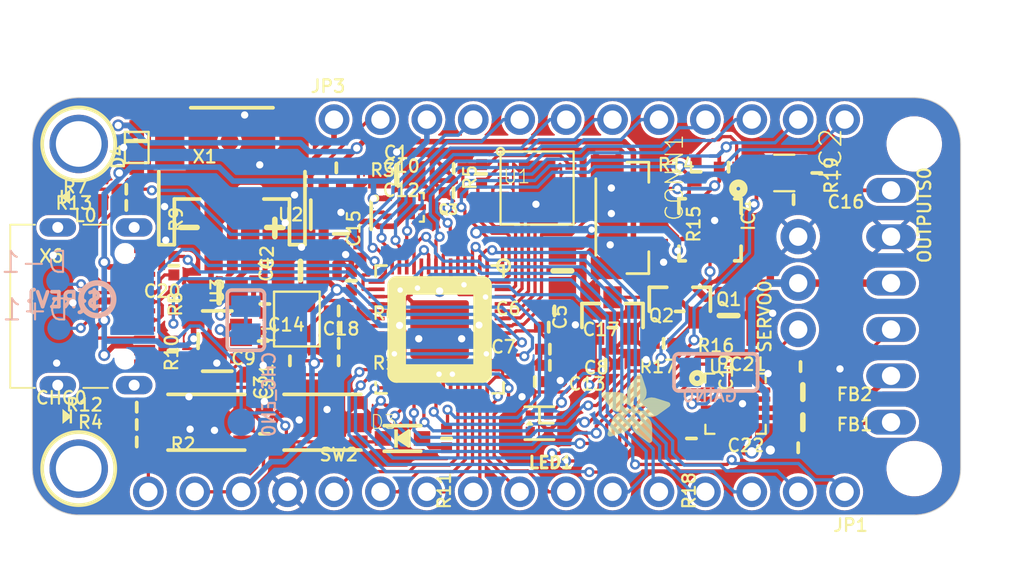
<source format=kicad_pcb>
(kicad_pcb (version 20221018) (generator pcbnew)
  (layers (0 "F.Cu" signal) (31 "B.Cu" signal) (34 "B.Paste" user) (35 "F.Paste" user) (36 "B.SilkS" user "B.Silkscreen") (37 "F.SilkS" user "F.Silkscreen") (38 "B.Mask" user) (39 "F.Mask" user) (44 "Edge.Cuts" user))
  (net 0 "")
  (net 1 "GND")
  (net 2 "MOSI")
  (net 3 "MISO")
  (net 4 "SCK")
  (net 5 "D24")
  (net 6 "A3")
  (net 7 "A2")
  (net 8 "A1")
  (net 9 "D11")
  (net 10 "D12")
  (net 11 "+3V3")
  (net 12 "VBUS")
  (net 13 "VBAT")
  (net 14 "N$2")
  (net 15 "D13")
  (net 16 "A0")
  (net 17 "N$1")
  (net 18 "N$3")
  (net 19 "N$4")
  (net 20 "SCL")
  (net 21 "SDA")
  (net 22 "D9")
  (net 23 "D6")
  (net 24 "D5")
  (net 25 "D10")
  (net 26 "D+")
  (net 27 "D-")
  (net 28 "~{RESET}")
  (net 29 "EN")
  (net 30 "VHI")
  (net 31 "QSPI_DATA[0]")
  (net 32 "QSPI_DATA[1]")
  (net 33 "QSPI_SCK")
  (net 34 "QSPI_CS")
  (net 35 "QSPI_DATA[3]")
  (net 36 "QSPI_DATA[2]")
  (net 37 "D4")
  (net 38 "CC1")
  (net 39 "CC2")
  (net 40 "1.2V")
  (net 41 "SWCLK")
  (net 42 "SWDIO")
  (net 43 "TX")
  (net 44 "RX")
  (net 45 "N$5")
  (net 46 "N$6")
  (net 47 "D25")
  (net 48 "N$7")
  (net 49 "USB_D+")
  (net 50 "USB_D-")
  (net 51 "USBBOOT")
  (net 52 "N$16")
  (net 53 "PIXELS")
  (net 54 "V+")
  (net 55 "NEOPIX_OUT")
  (net 56 "POWER")
  (net 57 "~{ENABLE}")
  (net 58 "I2S_DIN")
  (net 59 "N$8")
  (net 60 "N$9")
  (net 61 "VO-")
  (net 62 "VO+")
  (net 63 "I2S_LRCLK")
  (net 64 "I2S_BCLK")
  (net 65 "GAIN")
  (net 66 "BUTTON")
  (net 67 "I2S_MOD")
  (net 68 "SERVO")
  (net 69 "PIXELOUT")
  (net 70 "INT")
  (net 71 "N$10")
  (footprint "working:PLABEL30" (layer "F.Cu") (at 165.0111 96.1771)
    (fp_text reference "PLABEL30" hide)
    (fp_text value "" hide)
  )
  (footprint "working:_0402NO" (layer "F.Cu") (at 128.8161 112.4331)
    (fp_text reference "R2")
    (fp_text value "10K")
  )
  (footprint "working:_0402NO" (layer "F.Cu") (at 151.4221 107.3531 180)
    (fp_text reference "C7")
    (fp_text value "0.1uF")
  )
  (footprint "working:_0402NO" (layer "F.Cu") (at 139.8651 105.2576)
    (fp_text reference "R6")
    (fp_text value "1K")
  )
  (footprint "working:_0402NO" (layer "F.Cu") (at 147.6883 97.7519 90)
    (fp_text reference "R5")
    (fp_text value "10K")
  )
  (footprint "working:MOUNTINGHOLE_2.5_PLATED" (layer "F.Cu") (at 125.6411 96.1136 -90)
    (fp_text reference "U$31" hide)
    (fp_text value "MOUNTINGHOLE2.5" hide)
  )
  (footprint "working:0805-NO" (layer "F.Cu") (at 133.3246 104.3051 180)
    (fp_text reference "C20")
    (fp_text value "10uF/16V")
  )
  (footprint "working:PLABEL72" (layer "F.Cu") (at 163.2331 103.3526 90)
    (fp_text reference "PLABEL72" hide)
    (fp_text value "" hide)
  )
  (footprint "working:FIDUCIAL_1MM" (layer "F.Cu") (at 169.3763 115.6646 -90)
    (fp_text reference "U$35" hide)
    (fp_text value "FIDUCIAL_1MM" hide)
  )
  (footprint "working:1X06_OVAL" (layer "F.Cu") (at 170.0911 105.0036 -90)
    (fp_text reference "OUTPUTS0")
    (fp_text value "TERMINALS")
  )
  (footprint "working:PLABEL13" (layer "F.Cu") (at 147.2311 96.2406)
    (fp_text reference "PLABEL13" hide)
    (fp_text value "" hide)
  )
  (footprint "working:_0402NO" (layer "F.Cu") (at 151.6761 105.2576 180)
    (fp_text reference "C6")
    (fp_text value "0.1uF")
  )
  (footprint "working:SK6805_1515" (layer "F.Cu") (at 150.8506 111.4044 180)
    (fp_text reference "LED1")
    (fp_text value "WS2812B_SK6805_1515")
  )
  (footprint "working:PLABEL73" (layer "F.Cu") (at 162.9791 106.5276 90)
    (fp_text reference "PLABEL73" hide)
    (fp_text value "" hide)
  )
  (footprint "working:_0402NO" (layer "F.Cu") (at 166.0271 97.7011 -90)
    (fp_text reference "R19")
    (fp_text value "100")
  )
  (footprint "working:PLABEL6" (layer "F.Cu") (at 139.6111 113.6396)
    (fp_text reference "PLABEL6" hide)
    (fp_text value "" hide)
  )
  (footprint "working:_0402NO" (layer "F.Cu") (at 146.1516 98.7806 180)
    (fp_text reference "C12")
    (fp_text value "0.1uF")
  )
  (footprint "working:CRYSTAL_2.5X2" (layer "F.Cu") (at 137.5791 105.7021 90)
    (fp_text reference "Y1")
    (fp_text value "12MHz/12pF")
  )
  (footprint "working:PLABEL33" (layer "F.Cu") (at 154.8511 96.1136)
    (fp_text reference "PLABEL33" hide)
    (fp_text value "" hide)
  )
  (footprint "working:SOT23-5" (layer "F.Cu") (at 139.9921 99.9871 180)
    (fp_text reference "U2")
    (fp_text value "RT9080-3.3")
  )
  (footprint "working:MOUNTINGHOLE_2.5_PLATED" (layer "F.Cu") (at 125.6411 113.8936 -90)
    (fp_text reference "U$32" hide)
    (fp_text value "MOUNTINGHOLE2.5" hide)
  )
  (footprint "working:_0402NO" (layer "F.Cu") (at 157.6451 107.0356)
    (fp_text reference "R16")
    (fp_text value "100K")
  )
  (footprint "working:PLABEL26" (layer "F.Cu") (at 149.3266 111.4171)
    (fp_text reference "PLABEL19" hide)
    (fp_text value "" hide)
  )
  (footprint "working:PLABEL36" (layer "F.Cu") (at 142.4051 102.0826)
    (fp_text reference "PLABEL36" hide)
    (fp_text value "" hide)
  )
  (footprint "working:PLABEL23" (layer "F.Cu") (at 159.9311 113.6396)
    (fp_text reference "PLABEL23" hide)
    (fp_text value "" hide)
  )
  (footprint "working:_0402NO" (layer "F.Cu") (at 135.8265 104.8766 90)
    (fp_text reference "C2")
    (fp_text value "22pF")
  )
  (footprint "working:_0402NO" (layer "F.Cu") (at 139.8651 107.0356)
    (fp_text reference "C18")
    (fp_text value "0.1uF")
  )
  (footprint "working:_0402NO" (layer "F.Cu") (at 146.159306 97.454804 180)
    (fp_text reference "C10")
    (fp_text value "1uF/25V")
  )
  (footprint "working:1X03_ROUND_76" (layer "F.Cu") (at 165.0111 103.7336 90)
    (fp_text reference "SERVO0")
    (fp_text value "1x3M")
  )
  (footprint "working:QFN56_7MM_REDUCEDEPAD" (layer "F.Cu") (at 145.3896 106.2736 -90)
    (fp_text reference "IC1" hide)
    (fp_text value "RP2040_QFN56" hide)
  )
  (footprint "working:_0402NO" (layer "F.Cu") (at 128.8161 110.5281 180)
    (fp_text reference "R12")
    (fp_text value "5.1K")
  )
  (footprint "working:PLABEL26" (layer "F.Cu") (at 167.5511 113.6396)
    (fp_text reference "PLABEL26" hide)
    (fp_text value "" hide)
  )
  (footprint "working:_0402NO" (layer "F.Cu") (at 154.4701 108.1786)
    (fp_text reference "R17")
    (fp_text value "100K")
  )
  (footprint "working:PLABEL18" (layer "F.Cu") (at 158.0261 97.4471)
    (fp_text reference "PLABEL18" hide)
    (fp_text value "" hide)
  )
  (footprint "working:_0402NO" (layer "F.Cu") (at 159.1691 112.2426 -90)
    (fp_text reference "R18")
    (fp_text value "1M")
  )
  (footprint "working:PLABEL5" (layer "F.Cu") (at 137.0711 113.6396)
    (fp_text reference "PLABEL5" hide)
    (fp_text value "" hide)
  )
  (footprint "working:FIDUCIAL_1MM" (layer "F.Cu") (at 133.8961 95.9866 -90)
    (fp_text reference "U$34" hide)
    (fp_text value "FIDUCIAL_1MM" hide)
  )
  (footprint "" (layer "F.Cu") (at 171.3611 113.8936)
    (fp_text reference "@HOLE1" hide)
    (fp_text value "")
  )
  (footprint "working:PLABEL16" (layer "F.Cu") (at 139.6111 96.2406)
    (fp_text reference "PLABEL16" hide)
    (fp_text value "" hide)
  )
  (footprint "working:PLABEL3" (layer "F.Cu") (at 126.6444 99.1743 90)
    (fp_text reference "PLABEL3" hide)
    (fp_text value "" hide)
  )
  (footprint "working:PLABEL4" (layer "F.Cu") (at 129.4511 113.6396)
    (fp_text reference "PLABEL4" hide)
    (fp_text value "" hide)
  )
  (footprint "working:SOT23-5" (layer "F.Cu") (at 133.223 106.9086 90)
    (fp_text reference "U3")
    (fp_text value "MCP73831T-2ACI/OT")
  )
  (footprint "working:PLABEL27" (layer "F.Cu") (at 157.3911 96.2406)
    (fp_text reference "PLABEL27" hide)
    (fp_text value "" hide)
  )
  (footprint "working:PLABEL17" (layer "F.Cu") (at 133.3881 113.6396)
    (fp_text reference "PLABEL17" hide)
    (fp_text value "" hide)
  )
  (footprint "working:LGA16_3X3MM" (layer "F.Cu") (at 160.1851 100.8126 -90)
    (fp_text reference "IC4")
    (fp_text value "LIS3DH")
  )
  (footprint "working:_0402NO" (layer "F.Cu") (at 130.8481 104.6861 -90)
    (fp_text reference "R10")
    (fp_text value "22 ohm")
  )
  (footprint "working:_0402NO" (layer "F.Cu") (at 135.7376 106.9086 -90)
    (fp_text reference "C3")
    (fp_text value "22pF")
  )
  (footprint "working:_0402NO" (layer "F.Cu") (at 165.0111 112.7506 180)
    (fp_text reference "C22")
    (fp_text value "220pF")
  )
  (footprint "working:PLABEL22" (layer "F.Cu") (at 157.3911 113.6396)
    (fp_text reference "PLABEL22" hide)
    (fp_text value "" hide)
  )
  (footprint "working:_0402NO" (layer "F.Cu") (at 137.1981 107.9881 180)
    (fp_text reference "C9")
    (fp_text value "0.1uF")
  )
  (footprint "working:_0402NO" (layer "F.Cu") (at 135.8011 111.9886 90)
    (fp_text reference "C11")
    (fp_text value "1uF/25V")
  )
  (footprint "working:QFN16_3MM" (layer "F.Cu") (at 161.5821 110.3376)
    (fp_text reference "U4")
    (fp_text value "MAX98357A")
  )
  (footprint "working:0805-NO" (layer "F.Cu") (at 143.0451 97.8008)
    (fp_text reference "C1")
    (fp_text value "10uF/16V")
  )
  (footprint "working:USB_C_CUSB31-CFM2AX-01-X" (layer "F.Cu") (at 126.9746 105.0036 -90)
    (fp_text reference "X6")
    (fp_text value "USB Type C")
  )
  (footprint "working:_0402NO" (layer "F.Cu") (at 140.5636 103.6066 90)
    (fp_text reference "C15")
    (fp_text value "1uF/25V")
  )
  (footprint "working:PLABEL71" (layer "F.Cu") (at 163.3601 101.1936)
    (fp_text reference "PLABEL71" hide)
    (fp_text value "" hide)
  )
  (footprint "working:_0402NO" (layer "F.Cu") (at 150.5966 109.1311)
    (fp_text reference "C13")
    (fp_text value "0.1uF")
  )
  (footprint "working:CHIPLED_0603_NOOUTLINE" (layer "F.Cu") (at 124.9206 99.0111 90)
    (fp_text reference "L0")
    (fp_text value "RED")
  )
  (footprint "working:PLABEL21" (layer "F.Cu") (at 154.8511 113.6396)
    (fp_text reference "PLABEL21" hide)
    (fp_text value "" hide)
  )
  (footprint "working:PLABEL31" (layer "F.Cu") (at 167.9321 96.2406)
    (fp_text reference "PLABEL31" hide)
    (fp_text value "" hide)
  )
  (footprint "working:PLABEL7" (layer "F.Cu") (at 142.1511 113.6396)
    (fp_text reference "PLABEL7" hide)
    (fp_text value "" hide)
  )
  (footprint "working:PLABEL12" (layer "F.Cu") (at 150.6601 95.9866)
    (fp_text reference "PLABEL12" hide)
    (fp_text value "" hide)
  )
  (footprint "working:PLABEL8" (layer "F.Cu") (at 144.6911 113.6396)
    (fp_text reference "PLABEL8" hide)
    (fp_text value "" hide)
  )
  (footprint "working:_0402NO" (layer "F.Cu") (at 139.8651 107.9881)
    (fp_text reference "R1")
    (fp_text value "10K")
  )
  (footprint "working:SOT23-WIDE" (layer "F.Cu") (at 154.8511 105.5116)
    (fp_text reference "Q2")
    (fp_text value "C20917")
  )
  (footprint "working:PLABEL9" (layer "F.Cu") (at 147.2311 113.6396)
    (fp_text reference "PLABEL9" hide)
    (fp_text value "" hide)
  )
  (footprint "working:_0402NO" (layer "F.Cu") (at 128.8161 111.4806 180)
    (fp_text reference "R4")
    (fp_text value "10K")
  )
  (footprint "working:SOT23-WIDE" (layer "F.Cu") (at 158.5341 104.6226)
    (fp_text reference "Q1")
    (fp_text value "AO3401")
  )
  (footprint "working:DFN2015-3" (layer "F.Cu") (at 143.4846 99.5807)
    (fp_text reference "Q3")
    (fp_text value "DMG3415UFY")
  )
  (footprint "working:_0402NO" (layer "F.Cu") (at 151.4221 108.2421)
    (fp_text reference "C8")
    (fp_text value "1uF/25V")
  )
  (footprint "working:_0402NO" (layer "F.Cu") (at 130.81 107.4166 90)
    (fp_text reference "R8")
    (fp_text value "5.1K")
  )
  (footprint "working:0603-NO" (layer "F.Cu") (at 165.2651 109.7026)
    (fp_text reference "FB2")
    (fp_text value "Ferrite")
  )
  (footprint "working:PLABEL2" (layer "F.Cu") (at 126.8984 110.6678 90)
    (fp_text reference "PLABEL2" hide)
    (fp_text value "" hide)
  )
  (footprint "working:_0402NO" (layer "F.Cu") (at 161.2011 97.3836 180)
    (fp_text reference "R14")
    (fp_text value "10K")
  )
  (footprint "working:PLABEL24" (layer "F.Cu") (at 162.4711 113.6396)
    (fp_text reference "PLABEL24" hide)
    (fp_text value "" hide)
  )
  (footprint "working:PLABEL11" (layer "F.Cu") (at 152.3111 113.6396)
    (fp_text reference "PLABEL11" hide)
    (fp_text value "" hide)
  )
  (footprint "working:BTN_RKB2_4.6X2.8" (layer "F.Cu") (at 138.9761 111.3536 180)
    (fp_text reference "SW2")
    (fp_text value "RKB2")
  )
  (footprint "working:_0402NO" (layer "F.Cu") (at 164.7571 99.1616)
    (fp_text reference "C16")
    (fp_text value "0.1uF")
  )
  (footprint "working:_0402NO" (layer "F.Cu") (at 151.3586 106.1466)
    (fp_text reference "C17")
    (fp_text value "1uF/25V")
  )
  (footprint "working:_0402NO" (layer "F.Cu") (at 128.2446 99.4791 180)
    (fp_text reference "R13")
    (fp_text value "5.1K")
  )
  (footprint "working:_0402NO" (layer "F.Cu") (at 139.7381 97.4217)
    (fp_text reference "R3")
    (fp_text value "10K")
  )
  (footprint "working:USON8_4X4" (layer "F.Cu") (at 150.7236 98.5266)
    (fp_text reference "U1")
    (fp_text value "8MB QSPI")
  )
  (footprint "working:0805-NO" (layer "F.Cu") (at 161.2011 105.5116 -90)
    (fp_text reference "C19")
    (fp_text value "10uF/16V")
  )
  (footprint "working:PLABEL10" (layer "F.Cu") (at 149.7711 113.6396)
    (fp_text reference "PLABEL10" hide)
    (fp_text value "" hide)
  )
  (footprint "working:0805-NO" (layer "F.Cu") (at 152.1079 103.0605 -90)
    (fp_text reference "C5")
    (fp_text value "10uF/16V")
  )
  (footprint "working:_0402NO" (layer "F.Cu") (at 145.7706 112.2426 -90)
    (fp_text reference "R11")
    (fp_text value "1K")
  )
  (footprint "working:PLABEL28" (layer "F.Cu") (at 159.9311 96.2406)
    (fp_text reference "PLABEL28" hide)
    (fp_text value "" hide)
  )
  (footprint "working:JSTPH2_BATT" (layer "F.Cu") (at 134.0231 98.7806)
    (fp_text reference "X1")
    (fp_text value "JSTPH")
  )
  (footprint "working:PLABEL29" (layer "F.Cu") (at 162.4711 96.2406)
    (fp_text reference "PLABEL29" hide)
    (fp_text value "" hide)
  )
  (footprint "working:ADAFRUIT_3.5MM" (layer "F.Cu") (at 154.2161 112.4966)
    (fp_text reference "U$42" hide)
    (fp_text value "" hide)
  )
  (footprint "working:PLABEL14" (layer "F.Cu") (at 144.6911 96.2406)
    (fp_text reference "PLABEL14" hide)
    (fp_text value "" hide)
  )
  (footprint "working:JST_SH4_RA" (layer "F.Cu") (at 156.1846 100.1141 -90)
    (fp_text reference "CONN1")
    (fp_text value "STEMMA_I2C_QTRA")
  )
  (footprint "working:1X12_ROUND" (layer "F.Cu") (at 153.5811 94.7801)
    (fp_text reference "JP3")
    (fp_text value "")
  )
  (footprint "working:SOD-323_MINI" (layer "F.Cu") (at 143.3576 112.2426)
    (fp_text reference "D3")
    (fp_text value "1N4148")
  )
  (footprint "working:SOD-323F" (layer "F.Cu") (at 128.8161 96.3041 90)
    (fp_text reference "D4")
    (fp_text value "PMEG2020AEA")
  )
  (footprint "working:PLABEL1" (layer "F.Cu") (at 132.8801 109.0676)
    (fp_text reference "PLABEL1" hide)
    (fp_text value "" hide)
  )
  (footprint "working:SC70-5" (layer "F.Cu") (at 164.2491 97.7011 -90)
    (fp_text reference "IC2")
    (fp_text value "74AHCT1G125DCK")
  )
  (footprint "working:_0402NO" (layer "F.Cu") (at 130.8481 102.7811 90)
    (fp_text reference "R9")
    (fp_text value "22 ohm")
  )
  (footprint "working:0805-NO" (layer "F.Cu") (at 137.7731 103.0501 180)
    (fp_text reference "C4")
    (fp_text value "10uF/16V")
  )
  (footprint "working:PLABEL25" (layer "F.Cu") (at 165.0111 113.6396)
    (fp_text reference "PLABEL25" hide)
    (fp_text value "" hide)
  )
  (footprint "working:1X16_ROUND" (layer "F.Cu") (at 148.5011 115.1636 180)
    (fp_text reference "JP1")
    (fp_text value "")
  )
  (footprint "working:BTN_RKB2_4.6X2.8" (layer "F.Cu") (at 132.6261 111.3536 180)
    (fp_text reference "SW1" hide)
    (fp_text value "RKB2" hide)
  )
  (footprint "working:PLABEL70" (layer "F.Cu") (at 166.7891 103.6701 90)
    (fp_text reference "PLABEL70" hide)
    (fp_text value "" hide)
  )
  (footprint "" (layer "F.Cu") (at 171.3611 96.1136)
    (fp_text reference "@HOLE0" hide)
    (fp_text value "")
  )
  (footprint "working:0603-NO" (layer "F.Cu") (at 165.2651 111.3536)
    (fp_text reference "FB1")
    (fp_text value "Ferrite")
  )
  (footprint "working:PLABEL32" (layer "F.Cu") (at 153.2001 95.9866)
    (fp_text reference "PLABEL32" hide)
    (fp_text value "" hide)
  )
  (footprint "working:_0402NO" (layer "F.Cu") (at 165.1381 108.3056 180)
    (fp_text reference "C21")
    (fp_text value "220pF")
  )
  (footprint "working:_0402NO" (layer "F.Cu") (at 139.8651 106.1466 180)
    (fp_text reference "C14")
    (fp_text value "0.1uF")
  )
  (footprint "working:_0402NO" (layer "F.Cu") (at 159.4231 97.6376 -90)
    (fp_text reference "R15")
    (fp_text value "10K")
  )
  (footprint "working:PLABEL15" (layer "F.Cu") (at 142.1511 96.2406)
    (fp_text reference "PLABEL15" hide)
    (fp_text value "" hide)
  )
  (footprint "working:_0402NO" (layer "F.Cu") (at 128.2446 98.5901 180)
    (fp_text reference "R7")
    (fp_text value "10K")
  )
  (footprint "working:PLABEL0" (layer "F.Cu") (at 139.1666 109.0676)
    (fp_text reference "PLABEL0" hide)
    (fp_text value "" hide)
  )
  (footprint "working:CHIPLED_0603_NOOUTLINE" (layer "F.Cu") (at 125.0061 111.0361 -90)
    (fp_text reference "CHG0")
    (fp_text value "ORANGE")
  )
  (footprint "working:PLABEL81" (layer "B.Cu") (at 172.5041 103.4796 90)
    (fp_text reference "PLABEL81" hide)
    (fp_text value "" hide)
  )
  (footprint "working:PLABEL88" (layer "B.Cu") (at 163.6776 110.9091 180)
    (fp_text reference "PLABEL88" hide)
    (fp_text value "" hide)
  )
  (footprint "working:PLABEL47" (layer "B.Cu") (at 159.9311 113.6396 180)
    (fp_text reference "PLABEL47" hide)
    (fp_text value "" hide)
  )
  (footprint "working:PLABEL75" (layer "B.Cu") (at 172.6311 108.6866 90)
    (fp_text reference "PLABEL75" hide)
    (fp_text value "" hide)
  )
  (footprint "working:PLABEL69" (layer "B.Cu") (at 167.9321 114.1476 180)
    (fp_text reference "PLABEL69" hide)
    (fp_text value "" hide)
  )
  (footprint "working:PLABEL50" (layer "B.Cu") (at 133.1341 113.6396 180)
    (fp_text reference "PLABEL50" hide)
    (fp_text value "" hide)
  )
  (footprint "working:PLABEL40" (layer "B.Cu") (at 142.0241 113.6396 180)
    (fp_text reference "PLABEL40" hide)
    (fp_text value "" hide)
  )
  (footprint "working:PLABEL51" (layer "B.Cu") (at 164.8841 96.3676 180)
    (fp_text reference "PLABEL51" hide)
    (fp_text value "" hide)
  )
  (footprint "working:PLABEL42" (layer "B.Cu") (at 147.2311 113.6396 180)
    (fp_text reference "PLABEL42" hide)
    (fp_text value "" hide)
  )
  (footprint "working:PLABEL46" (layer "B.Cu") (at 157.3911 113.6396 180)
    (fp_text reference "PLABEL46" hide)
    (fp_text value "" hide)
  )
  (footprint "working:PLABEL86" (layer "B.Cu") (at 158.2166 108.9406 180)
    (fp_text reference "PLABEL86" hide)
    (fp_text value "" hide)
  )
  (footprint "working:PLABEL60" (layer "B.Cu") (at 139.4841 96.3676 180)
    (fp_text reference "PLABEL60" hide)
    (fp_text value "" hide)
  )
  (footprint "working:PCBFEAT-REV-040" (layer "B.Cu") (at 126.6571 104.6226 180)
    (fp_text reference "U$13" hide)
    (fp_text value "" hide)
  )
  (footprint "working:B1,27" (layer "B.Cu") (at 124.5616 106.2101 180)
    (fp_text reference "D+1")
    (fp_text value "TPB1,27")
  )
  (footprint "working:PLABEL38" (layer "B.Cu") (at 137.0711 113.6396 180)
    (fp_text reference "PLABEL38" hide)
    (fp_text value "" hide)
  )
  (footprint "working:PLABEL58" (layer "B.Cu") (at 144.5641 96.3676 180)
    (fp_text reference "PLABEL58" hide)
    (fp_text value "" hide)
  )
  (footprint "working:PLABEL55" (layer "B.Cu") (at 157.3911 96.3676 180)
    (fp_text reference "PLABEL55" hide)
    (fp_text value "" hide)
  )
  (footprint "working:PLABEL85" (layer "B.Cu") (at 157.0101 110.9091 180)
    (fp_text reference "PLABEL85" hide)
    (fp_text value "" hide)
  )
  (footprint "working:PLABEL59" (layer "B.Cu") (at 142.0241 96.3676 180)
    (fp_text reference "PLABEL59" hide)
    (fp_text value "" hide)
  )
  (footprint "working:SOLDERJUMPER_2WAY_OPEN_NOPASTE" (layer "B.Cu") (at 160.5026 108.6231)
    (fp_text reference "GAIN0")
    (fp_text value "")
  )
  (footprint "working:PLABEL82" (layer "B.Cu") (at 162.5981 103.7336 180)
    (fp_text reference "PLABEL82" hide)
    (fp_text value "" hide)
  )
  (footprint "working:PLABEL80" (layer "B.Cu") (at 167.3606 110.1471 90)
    (fp_text reference "PLABEL80" hide)
    (fp_text value "" hide)
  )
  (footprint "working:PLABEL57" (layer "B.Cu") (at 147.1041 96.3676 180)
    (fp_text reference "PLABEL57" hide)
    (fp_text value "" hide)
  )
  (footprint "working:PLABEL45" (layer "B.Cu") (at 154.8511 113.6396 180)
    (fp_text reference "PLABEL45" hide)
    (fp_text value "" hide)
  )
  (footprint "working:PLABEL48" (layer "B.Cu") (at 162.4711 113.6396 180)
    (fp_text reference "PLABEL48" hide)
    (fp_text value "" hide)
  )
  (footprint "working:PLABEL52" (layer "B.Cu") (at 167.9321 96.3676 180)
    (fp_text reference "PLABEL52" hide)
    (fp_text value "" hide)
  )
  (footprint "working:PLABEL77" (layer "B.Cu") (at 172.5041 101.1936 90)
    (fp_text reference "PLABEL77" hide)
    (fp_text value "" hide)
  )
  (footprint "working:B1,27" (layer "B.Cu") (at 124.4981 103.6066 180)
    (fp_text reference "D-1")
    (fp_text value "TPB1,27")
  )
  (footprint "working:TESTPOINT_ROUND_1.5MM_NO" (layer "B.Cu") (at 134.5311 111.3536 180)
    (fp_text reference "TP3" hide)
    (fp_text value "" hide)
  )
  (footprint "working:PLABEL43" (layer "B.Cu") (at 149.7711 113.6396 180)
    (fp_text reference "PLABEL43" hide)
    (fp_text value "" hide)
  )
  (footprint "working:PLABEL53" (layer "B.Cu") (at 162.4711 96.3676 180)
    (fp_text reference "PLABEL53" hide)
    (fp_text value "" hide)
  )
  (footprint "working:PLABEL62" (layer "B.Cu") (at 149.8981 96.3676 180)
    (fp_text reference "PLABEL62" hide)
    (fp_text value "" hide)
  )
  (footprint "working:PLABEL83" (layer "B.Cu") (at 162.2171 101.1936 180)
    (fp_text reference "PLABEL83" hide)
    (fp_text value "" hide)
  )
  (footprint "working:PLABEL74" (layer "B.Cu") (at 172.6311 110.9726 90)
    (fp_text reference "PLABEL74" hide)
    (fp_text value "" hide)
  )
  (footprint "working:PLABEL41" (layer "B.Cu") (at 144.6911 113.6396 180)
    (fp_text reference "PLABEL41" hide)
    (fp_text value "" hide)
  )
  (footprint "working:PLABEL56" (layer "B.Cu") (at 154.8511 96.3676 180)
    (fp_text reference "PLABEL56" hide)
    (fp_text value "" hide)
  )
  (footprint "working:PLABEL76" (layer "B.Cu") (at 172.6311 106.2736 90)
    (fp_text reference "PLABEL76" hide)
    (fp_text value "" hide)
  )
  (footprint "working:PLABEL61" (layer "B.Cu") (at 152.3111 96.3676 180)
    (fp_text reference "PLABEL61" hide)
    (fp_text value "" hide)
  )
  (footprint "working:PLABEL78" (layer "B.Cu") (at 172.6311 98.6536 90)
    (fp_text reference "PLABEL78" hide)
    (fp_text value "" hide)
  )
  (footprint "working:PLABEL89" (layer "B.Cu") (at 148.9456 101.5746 180)
    (fp_text reference "PLABEL89" hide)
    (fp_text value "" hide)
  )
  (footprint "working:PLABEL37" (layer "B.Cu") (at 129.5781 113.6396 180)
    (fp_text reference "PLABEL37" hide)
    (fp_text value "" hide)
  )
  (footprint "working:PLABEL68" (layer "B.Cu") (at 148.7551 107.2261 180)
    (fp_text reference "PLABEL68" hide)
    (fp_text value "" hide)
  )
  (footprint "working:PLABEL39" (layer "B.Cu") (at 139.6111 113.6396 180)
    (fp_text reference "PLABEL39" hide)
    (fp_text value "" hide)
  )
  (footprint "working:PLABEL84" (layer "B.Cu") (at 161.4551 106.2736 180)
    (fp_text reference "PLABEL84" hide)
    (fp_text value "" hide)
  )
  (footprint "working:PLABEL54" (layer "B.Cu") (at 159.9311 96.3676 180)
    (fp_text reference "PLABEL54" hide)
    (fp_text value "" hide)
  )
  (footprint "working:PLABEL87" (layer "B.Cu") (at 163.8046 109.0041 180)
    (fp_text reference "PLABEL87" hide)
    (fp_text value "" hide)
  )
  (footprint "working:PLABEL63" (layer "B.Cu") (at 132.5626 96.1771 180)
    (fp_text reference "PLABEL63" hide)
    (fp_text value "" hide)
  )
  (footprint "working:PLABEL79" (layer "B.Cu") (at 132.0546 105.7656 180)
    (fp_text reference "PLABEL79" hide)
    (fp_text value "" hide)
  )
  (footprint "working:PLABEL49" (layer "B.Cu") (at 165.0111 113.6396 180)
    (fp_text reference "PLABEL49" hide)
    (fp_text value "" hide)
  )
  (footprint "working:PLABEL44" (layer "B.Cu") (at 152.1841 113.6396 180)
    (fp_text reference "PLABEL44" hide)
    (fp_text value "" hide)
  )
  (footprint "working:SOLDERJUMPER_CLOSEDWIRE" (layer "B.Cu") (at 134.7851 105.7656 90)
    (fp_text reference "CHG_EN0")
    (fp_text value "")
  )
  (gr_line (start 143.0401 103.8606) (end 147.7391 103.8606) (stroke (width 1.016)) (layer "F.SilkS"))
  (gr_line (start 147.7391 108.6866) (end 143.0401 108.6866) (stroke (width 1.016)) (layer "F.SilkS"))
  (gr_line (start 147.7391 103.8606) (end 147.7391 108.6866) (stroke (width 1.016)) (layer "F.SilkS"))
  (gr_line (start 143.0401 108.6866) (end 143.0401 103.8606) (stroke (width 1.016)) (layer "F.SilkS"))
  (gr_arc (start 173.9011 113.8936) (mid 173.157151 115.689651) (end 171.3611 116.4336) (stroke (width 0.05)) (layer "Edge.Cuts"))
  (gr_line (start 173.9011 113.8936) (end 173.9011 96.1136) (stroke (width 0.05)) (layer "Edge.Cuts"))
  (gr_line (start 171.3611 93.5736) (end 125.6411 93.5736) (stroke (width 0.05)) (layer "Edge.Cuts"))
  (gr_line (start 125.6411 116.4336) (end 171.3611 116.4336) (stroke (width 0.05)) (layer "Edge.Cuts"))
  (gr_arc (start 171.3611 93.5736) (mid 173.157151 94.317549) (end 173.9011 96.1136) (stroke (width 0.05)) (layer "Edge.Cuts"))
  (gr_arc (start 125.6411 116.4336) (mid 123.845049 115.689651) (end 123.1011 113.8936) (stroke (width 0.05)) (layer "Edge.Cuts"))
  (gr_arc (start 123.1011 96.1136) (mid 123.845049 94.317549) (end 125.6411 93.5736) (stroke (width 0.05)) (layer "Edge.Cuts"))
  (gr_line (start 123.1011 96.1136) (end 123.1011 113.8936) (stroke (width 0.05)) (layer "Edge.Cuts"))
  (gr_text "" (at 134.5311 113.3856) (layer "F.SilkS") (effects (font (size 0.89408 0.89408) (thickness 0.12192))))
  (segment (start 132.3746 104.3051) (end 132.8801 103.7996) (width 0.3048) (layer "F.Cu") (net 1))
  (segment (start 141.9396 105.2736) (end 144.0721 105.2736) (width 0.1778) (layer "F.Cu") (net 1))
  (segment (start 160.1851 100.1698) (end 159.550325 100.1698) (width 0.3048) (layer "F.Cu") (net 1))
  (segment (start 159.8041 100.8126) (end 160.1851 100.4316) (width 0.3048) (layer "F.Cu") (net 1))
  (segment (start 130.4036 110.5281) (end 130.6531 110.2786) (width 0.3048) (layer "F.Cu") (net 1))
  (segment (start 139.3571 107.0356) (end 139.0777 107.315) (width 0.3048) (layer "F.Cu") (net 1))
  (segment (start 136.6901 107.5436) (end 136.6901 107.9881) (width 0.3048) (layer "F.Cu") (net 1))
  (segment (start 133.0231 101.33) (end 133.0231 100.8296) (width 0.3048) (layer "F.Cu") (net 1))
  (segment (start 145.3896 106.2736) (end 144.7546 106.2736) (width 0.3048) (layer "F.Cu") (net 1))
  (segment (start 161.3321 109.8336) (end 161.8996 110.4011) (width 0.3048) (layer "F.Cu") (net 1))
  (segment (start 135.623125 106.4006) (end 135.115125 106.9086) (width 0.3048) (layer "F.Cu") (net 1))
  (segment (start 161.8321 110.0876) (end 161.5821 110.3376) (width 0.3048) (layer "F.Cu") (net 1))
  (segment (start 136.9187 107.315) (end 136.6901 107.5436) (width 0.3048) (layer "F.Cu") (net 1))
  (segment (start 135.7376 108.2421) (end 135.9329 108.0468) (width 0.3048) (layer "F.Cu") (net 1))
  (segment (start 144.7546 106.2736) (end 144.2466 106.7816) (width 0.3048) (layer "F.Cu") (net 1))
  (segment (start 129.3241 110.5281) (end 130.4036 110.5281) (width 0.3048) (layer "F.Cu") (net 1))
  (segment (start 130.4671 106.9086) (end 130.175 107.2007) (width 0.3048) (layer "F.Cu") (net 1))
  (segment (start 130.81 106.9086) (end 130.4671 106.9086) (width 0.3048) (layer "F.Cu") (net 1))
  (segment (start 144.5641 105.8291) (end 144.0561 105.3211) (width 0.4064) (layer "F.Cu") (net 1))
  (segment (start 160.0821 110.5876) (end 161.7131 110.5876) (width 0.3048) (layer "F.Cu") (net 1))
  (segment (start 144.9451 105.8291) (end 145.3896 106.2736) (width 0.4064) (layer "F.Cu") (net 1))
  (segment (start 130.6231 95.6296) (end 129.9486 96.3041) (width 0.3048) (layer "F.Cu") (net 1))
  (segment (start 130.175 107.8357) (end 129.8071 108.2036) (width 0.3048) (layer "F.Cu") (net 1))
  (segment (start 129.9486 96.3041) (end 128.096493 96.3041) (width 0.3048) (layer "F.Cu") (net 1))
  (segment (start 161.7131 110.5876) (end 161.8996 110.4011) (width 0.3048) (layer "F.Cu") (net 1))
  (segment (start 161.5821 110.3376) (end 161.5901 110.3376) (width 0.3048) (layer "F.Cu") (net 1))
  (segment (start 136.233075 107.9881) (end 136.6901 107.9881) (width 0.3048) (layer "F.Cu") (net 1))
  (segment (start 164.3761 112.8776) (end 163.4871 112.8776) (width 0.3048) (layer "F.Cu") (net 1))
  (segment (start 132.8801 108.6231) (end 133.1976 108.3056) (width 0.3048) (layer "F.Cu") (net 1))
  (segment (start 144.1196 105.3211) (end 144.0561 105.3211) (width 0.4064) (layer "F.Cu") (net 1))
  (segment (start 135.9329 108.0468) (end 136.174375 108.0468) (width 0.3048) (layer "F.Cu") (net 1))
  (segment (start 144.0721 105.2736) (end 144.1196 105.3211) (width 0.1778) (layer "F.Cu") (net 1))
  (segment (start 160.1851 100.3046) (end 160.1851 100.1698) (width 0.3048) (layer "F.Cu") (net 1))
  (segment (start 161.3321 108.8376) (end 161.3321 109.8336) (width 0.3048) (layer "F.Cu") (net 1))
  (segment (start 160.4391 100.3046) (end 160.1851 100.3046) (width 0.3048) (layer "F.Cu") (net 1))
  (segment (start 150.7236 98.5266) (end 150.7236 99.3521) (width 0.3048) (layer "F.Cu") (net 1))
  (segment (start 159.1851 99.4626) (end 159.1851 99.804575) (width 0.3048) (layer "F.Cu") (net 1))
  (segment (start 130.2766 108.6231) (end 132.8801 108.6231) (width 0.3048) (layer "F.Cu") (net 1))
  (segment (start 148.8736 99.7266) (end 150.3491 99.7266) (width 0.3048) (layer "F.Cu") (net 1))
  (segment (start 150.7236 99.3521) (end 150.6601 99.4156) (width 0.3048) (layer "F.Cu") (net 1))
  (segment (start 132.8801 103.7996) (end 132.8801 101.473) (width 0.3048) (layer "F.Cu") (net 1))
  (segment (start 132.8801 101.473) (end 133.0231 101.33) (width 0.3048) (layer "F.Cu") (net 1))
  (segment (start 139.0777 107.315) (end 136.9187 107.315) (width 0.3048) (layer "F.Cu") (net 1))
  (segment (start 133.1976 108.3056) (end 133.1976 108.1151) (width 0.3048) (layer "F.Cu") (net 1))
  (segment (start 135.7376 106.4006) (end 135.623125 106.4006) (width 0.3048) (layer "F.Cu") (net 1))
  (segment (start 140.5636 103.0986) (end 140.5636 102.5144) (width 0.3048) (layer "F.Cu") (net 1))
  (segment (start 160.1851 100.4316) (end 160.1851 100.3046) (width 0.3048) (layer "F.Cu") (net 1))
  (segment (start 129.8071 108.2036) (end 129.8571 108.2036) (width 0.3048) (layer "F.Cu") (net 1))
  (segment (start 130.175 107.2007) (end 130.175 107.8357) (width 0.3048) (layer "F.Cu") (net 1))
  (segment (start 140.2461 102.1969) (end 140.2461 102.1715) (width 0.3048) (layer "F.Cu") (net 1))
  (segment (start 163.0821 110.0876) (end 161.8321 110.0876) (width 0.3048) (layer "F.Cu") (net 1))
  (segment (start 164.5031 112.7506) (end 164.3761 112.8776) (width 0.3048) (layer "F.Cu") (net 1))
  (segment (start 144.9451 105.8291) (end 144.5641 105.8291) (width 0.4064) (layer "F.Cu") (net 1))
  (segment (start 129.8571 108.2036) (end 130.2766 108.6231) (width 0.3048) (layer "F.Cu") (net 1))
  (segment (start 158.8351 100.8126) (end 159.8041 100.8126) (width 0.3048) (layer "F.Cu") (net 1))
  (segment (start 129.2496 108.2036) (end 129.8071 108.2036) (width 0.3048) (layer "F.Cu") (net 1))
  (segment (start 135.115125 106.9086) (end 134.5231 106.9086) (width 0.3048) (layer "F.Cu") (net 1))
  (segment (start 150.3491 99.7266) (end 150.6601 99.4156) (width 0.3048) (layer "F.Cu") (net 1))
  (segment (start 159.550325 100.1698) (end 159.1851 99.804575) (width 0.3048) (layer "F.Cu") (net 1))
  (segment (start 140.5636 102.5144) (end 140.2461 102.1969) (width 0.3048) (layer "F.Cu") (net 1))
  (segment (start 136.174375 108.0468) (end 136.233075 107.9881) (width 0.3048) (layer "F.Cu") (net 1))
  (via (at 134.7216 94.5261) (size 0.654) (drill 0.4) (layers "F.Cu" "B.Cu") (net 1))
  (via (at 133.1976 108.1151) (size 0.654) (drill 0.4) (layers "F.Cu" "B.Cu") (net 1))
  (via (at 135.8011 110.2106) (size 0.654) (drill 0.4) (layers "F.Cu" "B.Cu") (net 1))
  (via (at 157.6451 102.5906) (size 0.654) (drill 0.4) (layers "F.Cu" "B.Cu") (net 1))
  (via (at 131.6736 109.9566) (size 0.654) (drill 0.4) (layers "F.Cu" "B.Cu") (net 1))
  (via (at 156.6926 107.9246) (size 0.654) (drill 0.4) (layers "F.Cu" "B.Cu") (net 1))
  (via (at 149.8981 109.9566) (size 0.654) (drill 0.4) (layers "F.Cu" "B.Cu") (net 1))
  (via (at 145.3896 104.1654) (size 0.654) (drill 0.4) (layers "F.Cu" "B.Cu") (net 1))
  (via (at 140.2461 102.1715) (size 0.654) (drill 0.4) (layers "F.Cu" "B.Cu") (net 1))
  (via (at 161.9631 110.3376) (size 0.654) (drill 0.4) (layers "F.Cu" "B.Cu") (net 1))
  (via (at 144.2466 106.7816) (size 0.654) (drill 0.4) (layers "F.Cu" "B.Cu") (net 1))
  (via (at 146.5961 106.7816) (size 0.654) (drill 0.4) (layers "F.Cu" "B.Cu") (net 1))
  (via (at 163.6141 105.3846) (size 0.654) (drill 0.4) (layers "F.Cu" "B.Cu") (net 1))
  (via (at 124.2441 102.2096) (size 0.654) (drill 0.4) (layers "F.Cu" "B.Cu") (net 1))
  (via (at 160.4391 100.3046) (size 0.654) (drill 0.4) (layers "F.Cu" "B.Cu") (net 1))
  (via (at 152.8191 106.0196) (size 0.654) (drill 0.4) (layers "F.Cu" "B.Cu") (net 1))
  (via (at 154.7876 98.5266) (size 0.654) (drill 0.4) (layers "F.Cu" "B.Cu") (net 1))
  (via (at 131.7371 111.7346) (size 0.654) (drill 0.4) (layers "F.Cu" "B.Cu") (net 1))
  (via (at 130.3401 99.5426) (size 0.654) (drill 0.4) (layers "F.Cu" "B.Cu") (net 1))
  (via (at 137.8331 101.7651) (size 0.654) (drill 0.4) (layers "F.Cu" "B.Cu") (net 1))
  (via (at 139.9921 99.8601) (size 0.654) (drill 0.4) (layers "F.Cu" "B.Cu") (net 1))
  (via (at 124.4346 108.1151) (size 0.654) (drill 0.4) (layers "F.Cu" "B.Cu") (net 1))
  (via (at 150.6601 99.4156) (size 0.654) (drill 0.4) (layers "F.Cu" "B.Cu") (net 1))
  (via (at 136.9441 100.4316) (size 0.654) (drill 0.4) (layers "F.Cu" "B.Cu") (net 1))
  (via (at 135.5471 97.2566) (size 0.654) (drill 0.4) (layers "F.Cu" "B.Cu") (net 1))
  (via (at 125.3236 104.8131) (size 0.654) (drill 0.4) (layers "F.Cu" "B.Cu") (net 1))
  (via (at 128.096493 96.3041) (size 0.654) (drill 0.4) (layers "F.Cu" "B.Cu") (net 1))
  (via (at 154.7241 101.6381) (size 0.654) (drill 0.4) (layers "F.Cu" "B.Cu") (net 1))
  (via (at 137.4521 98.9076) (size 0.654) (drill 0.4) (layers "F.Cu" "B.Cu") (net 1))
  (via (at 137.7061 111.2266) (size 0.654) (drill 0.4) (layers "F.Cu" "B.Cu") (net 1))
  (via (at 133.0706 111.7981) (size 0.654) (drill 0.4) (layers "F.Cu" "B.Cu") (net 1))
  (via (at 163.4871 112.8776) (size 0.754) (drill 0.5) (layers "F.Cu" "B.Cu") (net 1))
  (via (at 130.4036 101.3841) (size 0.654) (drill 0.4) (layers "F.Cu" "B.Cu") (net 1))
  (via (at 139.2301 110.6551) (size 0.654) (drill 0.4) (layers "F.Cu" "B.Cu") (net 1))
  (via (at 151.9936 109.0676) (size 0.654) (drill 0.4) (layers "F.Cu" "B.Cu") (net 1))
  (via (at 135.7376 108.2421) (size 0.654) (drill 0.4) (layers "F.Cu" "B.Cu") (net 1))
  (via (at 154.7876 99.9236) (size 0.654) (drill 0.4) (layers "F.Cu" "B.Cu") (net 1))
  (via (at 163.3601 108.6866) (size 0.654) (drill 0.4) (layers "F.Cu" "B.Cu") (net 1))
  (via (at 143.0401 96.5581) (size 0.654) (drill 0.4) (layers "F.Cu" "B.Cu") (net 1))
  (via (at 167.2971 108.4326) (size 0.654) (drill 0.4) (layers "F.Cu" "B.Cu") (net 1))
  (segment (start 143.2306 104.4321) (end 142.7891 104.8736) (width 0.1778) (layer "F.Cu") (net 2))
  (segment (start 143.2306 104.4321) (end 143.2306 104.1146) (width 0.1778) (layer "F.Cu") (net 2))
  (segment (start 141.9396 104.8736) (end 142.7891 104.8736) (width 0.1778) (layer "F.Cu") (net 2))
  (via (at 143.2306 104.1146) (size 0.554) (drill 0.3) (layers "F.Cu" "B.Cu") (net 2))
  (segment (start 157.3911 115.1636) (end 157.0736 114.8461) (width 0.1778) (layer "B.Cu") (net 2))
  (segment (start 147.67485 103.2002) (end 152.8521 103.2002) (width 0.1778) (layer "B.Cu") (net 2))
  (segment (start 144.506012 102.9081) (end 147.38275 102.9081) (width 0.1778) (layer "B.Cu") (net 2))
  (segment (start 157.0736 112.8141) (end 157.0736 114.8461) (width 0.1778) (layer "B.Cu") (net 2))
  (segment (start 143.2306 104.1146) (end 143.299512 104.1146) (width 0.1778) (layer "B.Cu") (net 2))
  (segment (start 157.0736 112.8141) (end 154.9527 110.6932) (width 0.1778) (layer "B.Cu") (net 2))
  (segment (start 154.9527 105.3008) (end 154.9527 110.6932) (width 0.1778) (layer "B.Cu") (net 2))
  (segment (start 152.8521 103.2002) (end 154.9527 105.3008) (width 0.1778) (layer "B.Cu") (net 2))
  (segment (start 147.38275 102.9081) (end 147.67485 103.2002) (width 0.1778) (layer "B.Cu") (net 2))
  (segment (start 144.506012 102.9081) (end 143.299512 104.1146) (width 0.1778) (layer "B.Cu") (net 2))
  (segment (start 144.4635 101.20045) (end 143.9896 101.67435) (width 0.1778) (layer "F.Cu") (net 3))
  (segment (start 143.9896 102.8236) (end 143.9896 101.67435) (width 0.1778) (layer "F.Cu") (net 3))
  (segment (start 144.654 101.20045) (end 144.4635 101.20045) (width 0.1778) (layer "F.Cu") (net 3))
  (via (at 144.654 101.20045) (size 0.554) (drill 0.3) (layers "F.Cu" "B.Cu") (net 3))
  (segment (start 153.2001 102.8446) (end 147.82215 102.8446) (width 0.1778) (layer "B.Cu") (net 3))
  (segment (start 155.3591 105.0036) (end 155.3591 110.5967) (width 0.1778) (layer "B.Cu") (net 3))
  (segment (start 159.1691 115.1636) (end 159.9311 115.1636) (width 0.1778) (layer "B.Cu") (net 3))
  (segment (start 155.3591 110.5967) (end 157.4292 112.6668) (width 0.1778) (layer "B.Cu") (net 3))
  (segment (start 145.162 101.77195) (end 145.162 102.08945) (width 0.1778) (layer "B.Cu") (net 3))
  (segment (start 145.162 101.77195) (end 144.654 101.26395) (width 0.1778) (layer "B.Cu") (net 3))
  (segment (start 147.5115 102.53395) (end 145.6065 102.53395) (width 0.1778) (layer "B.Cu") (net 3))
  (segment (start 144.654 101.20045) (end 144.654 101.26395) (width 0.1778) (layer "B.Cu") (net 3))
  (segment (start 157.4292 113.4237) (end 159.1691 115.1636) (width 0.1778) (layer "B.Cu") (net 3))
  (segment (start 145.6065 102.53395) (end 145.162 102.08945) (width 0.1778) (layer "B.Cu") (net 3))
  (segment (start 147.82215 102.8446) (end 147.5115 102.53395) (width 0.1778) (layer "B.Cu") (net 3))
  (segment (start 153.2001 102.8446) (end 155.3591 105.0036) (width 0.1778) (layer "B.Cu") (net 3))
  (segment (start 157.4292 112.6668) (end 157.4292 113.4237) (width 0.1778) (layer "B.Cu") (net 3))
  (segment (start 142.5541 104.4736) (end 141.9396 104.4736) (width 0.1778) (layer "F.Cu") (net 4))
  (segment (start 142.6591 104.3686) (end 142.5541 104.4736) (width 0.1778) (layer "F.Cu") (net 4))
  (segment (start 142.6591 103.760769) (end 142.6591 104.3686) (width 0.1778) (layer "F.Cu") (net 4))
  (segment (start 142.859443 103.560425) (end 142.6591 103.760769) (width 0.1778) (layer "F.Cu") (net 4))
  (segment (start 143.7336 103.560425) (end 142.859443 103.560425) (width 0.1778) (layer "F.Cu") (net 4))
  (segment (start 144.1781 104.004925) (end 143.7336 103.560425) (width 0.1778) (layer "F.Cu") (net 4))
  (via (at 144.1781 104.004925) (size 0.554) (drill 0.3) (layers "F.Cu" "B.Cu") (net 4))
  (segment (start 154.8511 115.1636) (end 155.7401 115.1636) (width 0.1778) (layer "B.Cu") (net 4))
  (segment (start 156.6926 114.2111) (end 155.7401 115.1636) (width 0.1778) (layer "B.Cu") (net 4))
  (segment (start 144.919325 103.2637) (end 147.23545 103.2637) (width 0.1778) (layer "B.Cu") (net 4))
  (segment (start 144.1781 104.004925) (end 144.919325 103.2637) (width 0.1778) (layer "B.Cu") (net 4))
  (segment (start 156.6926 112.9411) (end 154.5646 110.8131) (width 0.1778) (layer "B.Cu") (net 4))
  (segment (start 154.5646 105.5426) (end 152.5778 103.5558) (width 0.1778) (layer "B.Cu") (net 4))
  (segment (start 154.5646 105.5426) (end 154.5646 110.8131) (width 0.1778) (layer "B.Cu") (net 4))
  (segment (start 147.52755 103.5558) (end 152.5778 103.5558) (width 0.1778) (layer "B.Cu") (net 4))
  (segment (start 156.6926 112.9411) (end 156.6926 114.2111) (width 0.1778) (layer "B.Cu") (net 4))
  (segment (start 147.23545 103.2637) (end 147.52755 103.5558) (width 0.1778) (layer "B.Cu") (net 4))
  (segment (start 145.3563 108.7223) (end 145.3563 108.9763) (width 0.1778) (layer "F.Cu") (net 5))
  (segment (start 147.9931 110.649625) (end 147.9931 113.3856) (width 0.1778) (layer "F.Cu") (net 5))
  (segment (start 147.9931 113.3856) (end 149.7711 115.1636) (width 0.1778) (layer "F.Cu") (net 5))
  (segment (start 145.5896 109.7236) (end 145.5896 109.2096) (width 0.1778) (layer "F.Cu") (net 5))
  (segment (start 148.5778 109.937925) (end 148.5778 110.064925) (width 0.1778) (layer "F.Cu") (net 5))
  (segment (start 148.5778 110.064925) (end 147.9931 110.649625) (width 0.1778) (layer "F.Cu") (net 5))
  (segment (start 145.5896 109.2096) (end 145.3563 108.9763) (width 0.1778) (layer "F.Cu") (net 5))
  (via (at 148.5778 109.937925) (size 0.554) (drill 0.3) (layers "F.Cu" "B.Cu") (net 5))
  (via (at 145.3563 108.7223) (size 0.554) (drill 0.3) (layers "F.Cu" "B.Cu") (net 5))
  (segment (start 145.3563 108.759413) (end 145.3563 108.7223) (width 0.1778) (layer "B.Cu") (net 5))
  (segment (start 147.905875 109.266) (end 145.862887 109.266) (width 0.1778) (layer "B.Cu") (net 5))
  (segment (start 147.905875 109.266) (end 148.5778 109.937925) (width 0.1778) (layer "B.Cu") (net 5))
  (segment (start 145.862887 109.266) (end 145.3563 108.759413) (width 0.1778) (layer "B.Cu") (net 5))
  (segment (start 147.5896 109.7236) (end 147.5896 114.8051) (width 0.1778) (layer "F.Cu") (net 6))
  (segment (start 147.5896 114.8051) (end 147.2311 115.1636) (width 0.1778) (layer "F.Cu") (net 6))
  (segment (start 147.1896 109.7236) (end 147.1896 113.6176) (width 0.1778) (layer "F.Cu") (net 7))
  (segment (start 147.1896 113.6176) (end 145.6436 115.1636) (width 0.1778) (layer "F.Cu") (net 7))
  (segment (start 145.6436 115.1636) (end 144.6911 115.1636) (width 0.1778) (layer "F.Cu") (net 7))
  (segment (start 146.7896 113.4109) (end 146.1418 114.0587) (width 0.1778) (layer "F.Cu") (net 8))
  (segment (start 144.233431 114.0587) (end 143.128531 115.1636) (width 0.1778) (layer "F.Cu") (net 8))
  (segment (start 143.128531 115.1636) (end 142.1511 115.1636) (width 0.1778) (layer "F.Cu") (net 8))
  (segment (start 146.7896 109.7236) (end 146.7896 113.4109) (width 0.1778) (layer "F.Cu") (net 8))
  (segment (start 146.1418 114.0587) (end 144.233431 114.0587) (width 0.1778) (layer "F.Cu") (net 8))
  (segment (start 142.2146 101.4476) (end 142.2146 101.2571) (width 0.1778) (layer "F.Cu") (net 9))
  (segment (start 142.7896 102.0226) (end 142.2146 101.4476) (width 0.1778) (layer "F.Cu") (net 9))
  (segment (start 142.7896 102.8236) (end 142.7896 102.0226) (width 0.1778) (layer "F.Cu") (net 9))
  (via (at 142.2146 101.2571) (size 0.554) (drill 0.3) (layers "F.Cu" "B.Cu") (net 9))
  (segment (start 143.5481 99.2886) (end 142.2146 100.6221) (width 0.1778) (layer "B.Cu") (net 9))
  (segment (start 143.5481 98.7755) (end 145.9814 96.3422) (width 0.1778) (layer "B.Cu") (net 9))
  (segment (start 151.4221 94.7801) (end 149.86 96.3422) (width 0.1778) (layer "B.Cu") (net 9))
  (segment (start 142.2146 101.2571) (end 142.2146 100.6221) (width 0.1778) (layer "B.Cu") (net 9))
  (segment (start 145.9814 96.3422) (end 149.86 96.3422) (width 0.1778) (layer "B.Cu") (net 9))
  (segment (start 151.4221 94.7801) (end 152.3111 94.7801) (width 0.1778) (layer "B.Cu") (net 9))
  (segment (start 143.5481 98.7755) (end 143.5481 99.2886) (width 0.1778) (layer "B.Cu") (net 9))
  (segment (start 141.91515 101.8027) (end 141.72465 101.8027) (width 0.1778) (layer "F.Cu") (net 10))
  (segment (start 142.42315 102.3107) (end 141.91515 101.8027) (width 0.1778) (layer "F.Cu") (net 10))
  (segment (start 142.42315 102.3107) (end 142.42315 103.19005) (width 0.1778) (layer "F.Cu") (net 10))
  (segment (start 141.9396 103.6736) (end 142.42315 103.19005) (width 0.1778) (layer "F.Cu") (net 10))
  (via (at 141.72465 101.8027) (size 0.554) (drill 0.3) (layers "F.Cu" "B.Cu") (net 10))
  (segment (start 148.8821 94.7801) (end 147.6756 95.9866) (width 0.1778) (layer "B.Cu") (net 10))
  (segment (start 145.8341 95.9866) (end 143.1925 98.6282) (width 0.1778) (layer "B.Cu") (net 10))
  (segment (start 141.72465 101.8027) (end 141.59765 101.6757) (width 0.1778) (layer "B.Cu") (net 10))
  (segment (start 147.6756 95.9866) (end 145.8341 95.9866) (width 0.1778) (layer "B.Cu") (net 10))
  (segment (start 143.1925 99.1362) (end 141.59765 100.73105) (width 0.1778) (layer "B.Cu") (net 10))
  (segment (start 148.8821 94.7801) (end 149.7711 94.7801) (width 0.1778) (layer "B.Cu") (net 10))
  (segment (start 141.59765 100.73105) (end 141.59765 101.6757) (width 0.1778) (layer "B.Cu") (net 10))
  (segment (start 143.1925 98.6282) (end 143.1925 99.1362) (width 0.1778) (layer "B.Cu") (net 10))
  (segment (start 147.1295 99.2505) (end 146.6596 98.7806) (width 0.1778) (layer "F.Cu") (net 11))
  (segment (start 138.5316 108.1151) (end 138.6586 107.9881) (width 0.1778) (layer "F.Cu") (net 11))
  (segment (start 148.5646 96.7486) (end 148.0693 97.2439) (width 0.1778) (layer "F.Cu") (net 11))
  (segment (start 161.5351 100.3126) (end 161.5351 100.8126) (width 0.254) (layer "F.Cu") (net 11))
  (segment (start 158.4151 101.3126) (end 158.8351 101.3126) (width 0.1778) (layer "F.Cu") (net 11))
  (segment (start 147.3581 105.8926) (end 147.3581 104.3686) (width 0.1778) (layer "F.Cu") (net 11))
  (segment (start 161.2011 101.3126) (end 161.5351 101.3126) (width 0.1778) (layer "F.Cu") (net 11))
  (segment (start 148.8396 106.8736) (end 148.8396 106.4736) (width 0.1778) (layer "F.Cu") (net 11))
  (segment (start 135.8011 112.4966) (end 135.734575 113.960125) (width 0.1778) (layer "F.Cu") (net 11))
  (segment (start 141.9396 106.4736) (end 142.776609 106.4736) (width 0.1778) (layer "F.Cu") (net 11))
  (segment (start 135.734575 113.960125) (end 134.5311 115.1636) (width 0.1778) (layer "F.Cu") (net 11))
  (segment (start 161.5351 99.8126) (end 161.5351 100.3126) (width 0.254) (layer "F.Cu") (net 11))
  (segment (start 161.5351 100.8126) (end 161.5351 101.3126) (width 0.254) (layer "F.Cu") (net 11))
  (segment (start 161.1851 99.4626) (end 161.5351 99.8126) (width 0.254) (layer "F.Cu") (net 11))
  (segment (start 148.6816 101.3601) (end 148.121231 101.3601) (width 0.1778) (layer "F.Cu") (net 11))
  (segment (start 145.6607 103.5602) (end 144.5547 103.5602) (width 0.1778) (layer "F.Cu") (net 11))
  (segment (start 143.19885 106.05136) (end 143.19885 106.05135) (width 0.1778) (layer "F.Cu") (net 11))
  (segment (start 148.4586 108.8736) (end 148.8396 108.8736) (width 0.1778) (layer "F.Cu") (net 11))
  (segment (start 161.309668 95.7128) (end 161.6428 96.045932) (width 0.1778) (layer "F.Cu") (net 11))
  (segment (start 151.9956 96.7486) (end 148.5646 96.7486) (width 0.1778) (layer "F.Cu") (net 11))
  (segment (start 150.8506 106.4006) (end 150.8506 106.1466) (width 0.1778) (layer "F.Cu") (net 11))
  (segment (start 150.3506 110.9544) (end 150.5966 110.7084) (width 0.1778) (layer "F.Cu") (net 11))
  (segment (start 150.0886 109.1311) (end 150.5966 109.6391) (width 0.1778) (layer "F.Cu") (net 11))
  (segment (start 148.121231 101.3601) (end 147.592915 100.831785) (width 0.1778) (layer "F.Cu") (net 11))
  (segment (start 151.1681 106.7181) (end 150.8506 106.4006) (width 0.1778) (layer "F.Cu") (net 11))
  (segment (start 146.6596 97.46251) (end 146.667306 97.454804) (width 0.1778) (layer "F.Cu") (net 11))
  (segment (start 160.838531 95.7128) (end 161.309668 95.7128) (width 0.1778) (layer "F.Cu") (net 11))
  (segment (start 152.3746 106.7181) (end 151.1681 106.7181) (width 0.1778) (layer "F.Cu") (net 11))
  (segment (start 157.7746 100.5586) (end 157.1641 100.5586) (width 0.3048) (layer "F.Cu") (net 11))
  (segment (start 152.3111 101.7016) (end 152.1079 101.9048) (width 0.4064) (layer "F.Cu") (net 11))
  (segment (start 147.592915 100.831785) (end 147.1295 100.368369) (width 0.1778) (layer "F.Cu") (net 11))
  (segment (start 140.486 101.0967) (end 139.8985 101.0967) (width 0.254) (layer "F.Cu") (net 11))
  (segment (start 147.3581 108.1786) (end 147.3581 105.8926) (width 0.1778) (layer "F.Cu") (net 11))
  (segment (start 152.1079 101.9048) (end 152.1079 102.1105) (width 0.4064) (layer "F.Cu") (net 11))
  (segment (start 147.9896 109.7236) (end 147.9896 109.3426) (width 0.1778) (layer "F.Cu") (net 11))
  (segment (start 147.9896 103.3561) (end 147.9896 102.8236) (width 0.1778) (layer "F.Cu") (net 11))
  (segment (start 141.0811 106.4736) (end 140.7541 106.1466) (width 0.1778) (layer "F.Cu") (net 11))
  (segment (start 144.3896 108.4166) (end 144.6276 108.1786) (width 0.1778) (layer "F.Cu") (net 11))
  (segment (start 147.3581 108.1786) (end 147.7826 108.1786) (width 0.1778) (layer "F.Cu") (net 11))
  (segment (start 161.4551 97.6376) (end 161.4551 98.5266) (width 0.3048) (layer "F.Cu") (net 11))
  (segment (start 150.8506 106.1466) (end 150.6457 106.3515) (width 0.1778) (layer "F.Cu") (net 11))
  (segment (start 159.4231 96.774) (end 160.3121 95.885) (width 0.1778) (layer "F.Cu") (net 11))
  (segment (start 141.9396 106.4736) (end 141.0811 106.4736) (width 0.1778) (layer "F.Cu") (net 11))
  (segment (start 146.4691 104.3686) (end 145.6607 103.5602) (width 0.1778) (layer "F.Cu") (net 11))
  (segment (start 148.8396 106.4736) (end 149.457168 106.4736) (width 0.1778) (layer "F.Cu") (net 11))
  (segment (start 138.7231 102.948175) (end 138.7231 103.0501) (width 0.3048) (layer "F.Cu") (net 11))
  (segment (start 138.5316 107.9881) (end 138.5316 108.1151) (width 0.1778) (layer "F.Cu") (net 11))
  (segment (start 149.457168 106.4736) (end 149.579268 106.3515) (width 0.1778) (layer "F.Cu") (net 11))
  (segment (start 138.6586 107.9881) (end 139.3571 107.9881) (width 0.1778) (layer "F.Cu") (net 11))
  (segment (start 157.7881 100.5586) (end 157.7746 100.5586) (width 0.1778) (layer "F.Cu") (net 11))
  (segment (start 140.8786 101.2237) (end 140.613 101.2237) (width 0.254) (layer "F.Cu") (net 11))
  (segment (start 152.5736 97.3266) (end 151.9956 96.7486) (width 0.1778) (layer "F.Cu") (net 11))
  (segment (start 148.8396 108.4736) (end 148.0776 108.4736) (width 0.1778) (layer "F.Cu") (net 11))
  (segment (start 158.4071 101.9556) (end 158.4071 101.3206) (width 0.1778) (layer "F.Cu") (net 11))
  (segment (start 148.8326 101.5111) (end 148.6816 101.3601) (width 0.1778) (layer "F.Cu") (net 11))
  (segment (start 148.0776 108.4736) (end 147.7826 108.1786) (width 0.1778) (layer "F.Cu") (net 11))
  (segment (start 150.5966 109.6391) (end 150.5966 110.7084) (width 0.1778) (layer "F.Cu") (net 11))
  (segment (start 147.9896 102.8236) (end 148.6631 102.8236) (width 0.1778) (layer "F.Cu") (net 11))
  (segment (start 161.7091 97.3836) (end 161.4551 97.6376) (width 0.3048) (layer "F.Cu") (net 11))
  (segment (start 144.3896 102.8236) (end 144.3896 103.3951) (width 0.1778) (layer "F.Cu") (net 11))
  (segment (start 147.1295 100.368369) (end 147.1295 99.2505) (width 0.1778) (layer "F.Cu") (net 11))
  (segment (start 161.2011 102.1466) (end 161.2011 101.3126) (width 0.1778) (layer "F.Cu") (net 11))
  (segment (start 152.6286 109.3851) (end 152.3159 109.6978) (width 0.1778) (layer "F.Cu") (net 11))
  (segment (start 139.76285 104.08985) (end 138.7231 103.0501) (width 0.3048) (layer "F.Cu") (net 11))
  (segment (start 138.5316 107.9881) (end 137.7061 107.9881) (width 0.1778) (layer "F.Cu") (net 11))
  (segment (start 148.8326 102.6541) (end 148.8326 101.5111) (width 0.1778) (layer "F.Cu") (net 11))
  (segment (start 157.1086 100.6141) (end 157.1641 100.5586) (width 0.3048) (layer "F.Cu") (net 11))
  (segment (start 150.03735 109.18235) (end 150.0886 109.1311) (width 0.1778) (layer "F.Cu") (net 11))
  (segment (start 140.3731 106.1466) (end 140.7541 106.1466) (width 0.1778) (layer "F.Cu") (net 11))
  (segment (start 161.6428 96.045932) (end 161.6428 97.3173) (width 0.1778) (layer "F.Cu") (net 11))
  (segment (start 159.4231 97.1296) (end 159.4231 96.774) (width 0.1778) (layer "F.Cu") (net 11))
  (segment (start 147.3581 104.3686) (end 147.3581 103.9876) (width 0.1778) (layer "F.Cu") (net 11))
  (segment (start 139.76285 104.10035) (end 139.76285 104.08985) (width 0.3048) (layer "F.Cu") (net 11))
  (segment (start 148.8396 108.8736) (end 149.7286 108.8736) (width 0.1778) (layer "F.Cu") (net 11))
  (segment (start 134.5311 115.1636) (end 131.9911 115.1636) (width 0.1778) (layer "F.Cu") (net 11))
  (segment (start 153.7081 101.1301) (end 153.7081 100.8046) (width 0.4064) (layer "F.Cu") (net 11))
  (segment (start 140.613 101.2237) (end 140.486 101.0967) (width 0.254) (layer "F.Cu") (net 11))
  (segment (start 143.4846 106.33711) (end 143.4846 108.1786) (width 0.1778) (layer "F.Cu") (net 11))
  (segment (start 158.4071 101.1776) (end 157.7881 100.5586) (width 0.1778) (layer "F.Cu") (net 11))
  (segment (start 153.1366 101.7016) (end 153.7081 101.1301) (width 0.4064) (layer "F.Cu") (net 11))
  (segment (start 144.5547 103.5602) (end 144.3896 103.3951) (width 0.1778) (layer "F.Cu") (net 11))
  (segment (start 147.5484 106.0323) (end 147.4087 105.8926) (width 0.3048) (layer "F.Cu") (net 11))
  (segment (start 150.5528 109.6978) (end 152.3159 109.6978) (width 0.1778) (layer "F.Cu") (net 11))
  (segment (start 160.666331 95.885) (end 160.838531 95.7128) (width 0.1778) (layer "F.Cu") (net 11))
  (segment (start 158.8351 101.3126) (end 161.2011 101.3126) (width 0.1778) (layer "F.Cu") (net 11))
  (segment (start 147.457587 100.967113) (end 147.391525 100.967113) (width 0.1778) (layer "F.Cu") (net 11))
  (segment (start 148.4586 108.8736) (end 147.9896 109.3426) (width 0.1778) (layer "F.Cu") (net 11))
  (segment (start 158.4071 101.1776) (end 158.4071 101.3206) (width 0.1778) (layer "F.Cu") (net 11))
  (segment (start 144.3896 109.7236) (end 144.3896 108.4166) (width 0.1778) (layer "F.Cu") (net 11))
  (segment (start 150.5528 109.6978) (end 150.03735 109.18235) (width 0.1778) (layer "F.Cu") (net 11))
  (segment (start 146.878209 97.2439) (end 147.6883 97.2439) (width 0.1778) (layer "F.Cu") (net 11))
  (segment (start 143.5321 108.2261) (end 144.3896 108.2261) (width 0.1778) (layer "F.Cu") (net 11))
  (segment (start 161.4551 98.5266) (end 161.1851 98.7966) (width 0.3048) (layer "F.Cu") (net 11))
  (segment (start 149.7286 108.8736) (end 150.03735 109.18235) (width 0.1778) (layer "F.Cu") (net 11))
  (segment (start 161.6428 97.3173) (end 161.7091 97.3836) (width 0.1778) (layer "F.Cu") (net 11))
  (segment (start 139.76285 104.10035) (end 140.54935 104.10035) (width 0.254) (layer "F.Cu") (net 11))
  (segment (start 148.6631 102.8236) (end 148.8326 102.6541) (width 0.1778) (layer "F.Cu") (net 11))
  (segment (start 146.667306 97.454804) (end 146.878209 97.2439) (width 0.1778) (layer "F.Cu") (net 11))
  (segment (start 147.592915 100.831785) (end 147.457587 100.967113) (width 0.1778) (layer "F.Cu") (net 11))
  (segment (start 148.8396 108.4736) (end 148.8396 108.8736) (width 0.1778) (layer "F.Cu") (net 11))
  (segment (start 146.6596 98.7806) (end 146.6596 97.46251) (width 0.1778) (layer "F.Cu") (net 11))
  (segment (start 139.8985 101.0967) (end 139.6219 101.3733) (width 0.254) (layer "F.Cu") (net 11))
  (segment (start 139.6219 101.3733) (end 139.6219 102.049375) (width 0.254) (layer "F.Cu") (net 11))
  (segment (start 140.9421 101.2872) (end 140.8786 101.2237) (width 0.1778) (layer "F.Cu") (net 11))
  (segment (start 139.6219 102.049375) (end 138.7231 102.948175) (width 0.254) (layer "F.Cu") (net 11))
  (segment (start 152.6286 109.3851) (end 152.6286 106.9721) (width 0.1778) (layer "F.Cu") (net 11))
  (segment (start 152.3111 101.7016) (end 153.1366 101.7016) (width 0.4064) (layer "F.Cu") (net 11))
  (segment (start 144.3896 108.4166) (end 144.3896 108.2261) (width 0.1778) (layer "F.Cu") (net 11))
  (segment (start 161.1851 99.4626) (end 161.1851 98.7966) (width 0.3048) (layer "F.Cu") (net 11))
  (segment (start 147.3581 103.9876) (end 147.9896 103.3561) (width 0.1778) (layer "F.Cu") (net 11))
  (segment (start 161.1851 102.1626) (end 161.2011 102.1466) (width 0.1778) (layer "F.Cu") (net 11))
  (segment (start 143.4846 106.33711) (end 143.19885 106.05136) (width 0.1778) (layer "F.Cu") (net 11))
  (segment (start 143.4846 108.1786) (end 143.5321 108.2261) (width 0.1778) (layer "F.Cu") (net 11))
  (segment (start 160.3121 95.885) (end 160.666331 95.885) (width 0.1778) (layer "F.Cu") (net 11))
  (segment (start 148.0693 97.2439) (end 147.6883 97.2439) (width 0.1778) (layer "F.Cu") (net 11))
  (segment (start 158.4071 101.3206) (end 158.4151 101.3126) (width 0.1778) (layer "F.Cu") (net 11))
  (segment (start 142.776609 106.4736) (end 143.19885 106.05136) (width 0.1778) (layer "F.Cu") (net 11))
  (segment (start 144.6276 108.1786) (end 147.3581 108.1786) (width 0.1778) (layer "F.Cu") (net 11))
  (segment (start 146.4691 104.3686) (end 147.3581 104.3686) (width 0.1778) (layer "F.Cu") (net 11))
  (segment (start 147.3581 105.8926) (end 147.4087 105.8926) (width 0.3048) (layer "F.Cu") (net 11))
  (segment (start 152.6286 106.9721) (end 152.3746 106.7181) (width 0.1778) (layer "F.Cu") (net 11))
  (segment (start 140.54935 104.10035) (end 140.5636 104.1146) (width 0.254) (layer "F.Cu") (net 11))
  (segment (start 150.6457 106.3515) (end 149.579268 106.3515) (width 0.1778) (layer "F.Cu") (net 11))
  (via (at 147.5484 106.0323) (size 0.635) (drill 0.381) (layers "F.Cu" "B.Cu") (net 11))
  (via (at 158.4071 101.9556) (size 0.604) (drill 0.35) (layers "F.Cu" "B.Cu") (net 11))
  (via (at 139.76285 104.10035) (size 0.6477) (drill 0.3937) (layers "F.Cu" "B.Cu") (net 11))
  (via (at 147.391525 100.967113) (size 0.654) (drill 0.4) (layers "F.Cu" "B.Cu") (net 11))
  (via (at 153.7081 100.8046) (size 0.604) (drill 0.35) (layers "F.Cu" "B.Cu") (net 11))
  (via (at 138.5316 108.1151) (size 0.635) (drill 0.381) (layers "F.Cu" "B.Cu") (net 11))
  (via (at 143.19885 106.05135) (size 0.6477) (drill 0.3937) (layers "F.Cu" "B.Cu") (net 11))
  (segment (start 134.5311 115.1636) (end 136.1821 113.5126) (width 0.3048) (layer "B.Cu") (net 11))
  (segment (start 143.19885 106.05135) (end 143.383 105.8672) (width 0.3048) (layer "B.Cu") (net 11))
  (segment (start 138.4046 111.9886) (end 136.8806 113.5126) (width 0.3048) (layer "B.Cu") (net 11))
  (segment (start 158.4071 101.4476) (end 158.4071 101.9556) (width 0.4064) (layer "B.Cu") (net 11))
  (segment (start 140.20735 104.10035) (end 142.15835 106.05135) (width 0.3048) (layer "B.Cu") (net 11))
  (segment (start 143.383 105.8672) (end 147.4216 105.8672) (width 0.3048) (layer "B.Cu") (net 11))
  (segment (start 157.7641 100.8046) (end 158.4071 101.4476) (width 0.4064) (layer "B.Cu") (net 11))
  (segment (start 138.4046 108.2421) (end 138.4046 111.9886) (width 0.3048) (layer "B.Cu") (net 11))
  (segment (start 147.5484 105.994) (end 147.5484 106.0323) (width 0.3048) (layer "B.Cu") (net 11))
  (segment (start 138.4046 108.2421) (end 138.5316 108.1151) (width 0.3048) (layer "B.Cu") (net 11))
  (segment (start 153.7081 100.8046) (end 157.7641 100.8046) (width 0.4064) (layer "B.Cu") (net 11))
  (segment (start 147.391525 100.967113) (end 147.554037 100.8046) (width 0.4064) (layer "B.Cu") (net 11))
  (segment (start 142.15835 106.05135) (end 143.19885 106.05135) (width 0.3048) (layer "B.Cu") (net 11))
  (segment (start 147.4216 105.8672) (end 147.5484 105.994) (width 0.3048) (layer "B.Cu") (net 11))
  (segment (start 138.4681 108.0516) (end 138.5316 108.1151) (width 0.3048) (layer "B.Cu") (net 11))
  (segment (start 139.76285 104.10035) (end 138.4681 105.3951) (width 0.3048) (layer "B.Cu") (net 11))
  (segment (start 138.4681 105.3951) (end 138.4681 108.0516) (width 0.3048) (layer "B.Cu") (net 11))
  (segment (start 136.8806 113.5126) (end 136.1821 113.5126) (width 0.3048) (layer "B.Cu") (net 11))
  (segment (start 147.554037 100.8046) (end 153.7081 100.8046) (width 0.4064) (layer "B.Cu") (net 11))
  (segment (start 139.76285 104.10035) (end 140.20735 104.10035) (width 0.3048) (layer "B.Cu") (net 11))
  (segment (start 128.718956 102.6036) (end 128.477556 102.845) (width 0.3048) (layer "F.Cu") (net 12))
  (segment (start 125.9491 108.121688) (end 125.9491 106.8546) (width 0.3048) (layer "F.Cu") (net 12))
  (segment (start 127.5465 107.1622) (end 128.477556 107.1622) (width 0.3048) (layer "F.Cu") (net 12))
  (segment (start 126.3396 110.2106) (end 125.8951 110.2106) (width 0.3048) (layer "F.Cu") (net 12))
  (segment (start 129.2496 102.6036) (end 128.718956 102.6036) (width 0.3048) (layer "F.Cu") (net 12))
  (segment (start 124.2561 110.2106) (end 125.8951 110.2106) (width 0.3048) (layer "F.Cu") (net 12))
  (segment (start 125.9491 106.8546) (end 127.0381 105.7656) (width 0.3048) (layer "F.Cu") (net 12))
  (segment (start 126.1491 108.321688) (end 125.9491 108.121688) (width 0.3048) (layer "F.Cu") (net 12))
  (segment (start 128.2606 97.3041) (end 128.8161 97.3041) (width 0.3048) (layer "F.Cu") (net 12))
  (segment (start 127.2925 102.845) (end 127.0381 102.5906) (width 0.3048) (layer "F.Cu") (net 12))
  (segment (start 131.9229 105.9586) (end 131.9276 105.9633) (width 0.3048) (layer "F.Cu") (net 12))
  (segment (start 126.1491 109.9566) (end 126.1491 108.321688) (width 0.3048) (layer "F.Cu") (net 12))
  (segment (start 128.718956 107.4036) (end 129.2496 107.4036) (width 0.3048) (layer "F.Cu") (net 12))
  (segment (start 131.9276 105.9633) (end 131.9276 106.7816) (width 0.3048) (layer "F.Cu") (net 12))
  (segment (start 142.5346 99.0807) (end 142.5172 99.0981) (width 0.3048) (layer "F.Cu") (net 12))
  (segment (start 128.3081 111.4806) (end 127.6096 111.4806) (width 0.3048) (layer "F.Cu") (net 12))
  (segment (start 127.8636 97.7011) (end 128.2606 97.3041) (width 0.3048) (layer "F.Cu") (net 12))
  (segment (start 128.477556 107.1622) (end 128.718956 107.4036) (width 0.3048) (layer "F.Cu") (net 12))
  (segment (start 125.8951 110.2106) (end 126.1491 109.9566) (width 0.3048) (layer "F.Cu") (net 12))
  (segment (start 124.2561 111.0361) (end 124.2561 110.2106) (width 0.3048) (layer "F.Cu") (net 12))
  (segment (start 127.0381 107.6706) (end 127.5465 107.1622) (width 0.3048) (layer "F.Cu") (net 12))
  (segment (start 128.477556 102.845) (end 127.2925 102.845) (width 0.3048) (layer "F.Cu") (net 12))
  (segment (start 142.5172 99.0981) (end 141.7701 99.0981) (width 0.3048) (layer "F.Cu") (net 12))
  (segment (start 127.6096 111.4806) (end 126.3396 110.2106) (width 0.3048) (layer "F.Cu") (net 12))
  (via (at 131.9276 106.7816) (size 0.635) (drill 0.381) (layers "F.Cu" "B.Cu") (net 12))
  (via (at 127.0381 107.6706) (size 0.654) (drill 0.4) (layers "F.Cu" "B.Cu") (net 12))
  (via (at 141.7701 99.0981) (size 0.635) (drill 0.381) (layers "F.Cu" "B.Cu") (net 12))
  (via (at 127.0381 102.5906) (size 0.654) (drill 0.4) (layers "F.Cu" "B.Cu") (net 12))
  (via (at 127.8636 97.7011) (size 0.654) (drill 0.4) (layers "F.Cu" "B.Cu") (net 12))
  (via (at 127.0381 105.7656) (size 0.654) (drill 0.4) (layers "F.Cu" "B.Cu") (net 12))
  (segment (start 141.7701 98.2091) (end 141.7066 98.1456) (width 0.3048) (layer "B.Cu") (net 12))
  (segment (start 127.0381 106.9086) (end 127.0381 107.6706) (width 0.3048) (layer "B.Cu") (net 12))
  (segment (start 127.0381 105.7656) (end 127.0381 106.9086) (width 0.3048) (layer "B.Cu") (net 12))
  (segment (start 131.9276 106.7816) (end 131.572 107.1372) (width 0.3048) (layer "B.Cu") (net 12))
  (segment (start 133.3246 97.3836) (end 134.0866 98.1456) (width 0.3048) (layer "B.Cu") (net 12))
  (segment (start 127.0381 102.5906) (end 127.0381 105.7656) (width 0.3048) (layer "B.Cu") (net 12))
  (segment (start 141.7701 99.0981) (end 141.7701 98.2091) (width 0.3048) (layer "B.Cu") (net 12))
  (segment (start 142.5321 98.1456) (end 141.7066 98.1456) (width 0.3048) (layer "B.Cu") (net 12))
  (segment (start 127.0381 102.5906) (end 127.0381 98.8441) (width 0.3048) (layer "B.Cu") (net 12))
  (segment (start 141.7066 98.1456) (end 134.0866 98.1456) (width 0.3048) (layer "B.Cu") (net 12))
  (segment (start 142.5321 98.1456) (end 144.6911 95.9866) (width 0.3048) (layer "B.Cu") (net 12))
  (segment (start 127.9271 97.9551) (end 127.9271 97.7646) (width 0.3048) (layer "B.Cu") (net 12))
  (segment (start 130.159587 107.1372) (end 129.930987 106.9086) (width 0.3048) (layer "B.Cu") (net 12))
  (segment (start 131.572 107.1372) (end 130.159587 107.1372) (width 0.3048) (layer "B.Cu") (net 12))
  (segment (start 127.9271 97.9551) (end 128.4986 97.3836) (width 0.3048) (layer "B.Cu") (net 12))
  (segment (start 144.6911 95.9866) (end 144.6911 94.7801) (width 0.3048) (layer "B.Cu") (net 12))
  (segment (start 127.0381 98.8441) (end 127.9271 97.9551) (width 0.3048) (layer "B.Cu") (net 12))
  (segment (start 128.4986 97.3836) (end 133.3246 97.3836) (width 0.3048) (layer "B.Cu") (net 12))
  (segment (start 129.930987 106.9086) (end 127.0381 106.9086) (width 0.3048) (layer "B.Cu") (net 12))
  (segment (start 127.9271 97.7646) (end 127.8636 97.7011) (width 0.3048) (layer "B.Cu") (net 12))
  (segment (start 140.328725 100.5586) (end 140.530325 100.357) (width 0.3048) (layer "F.Cu") (net 13))
  (segment (start 139.6746 100.5586) (end 140.328725 100.5586) (width 0.3048) (layer "F.Cu") (net 13))
  (segment (start 139.4206 100.3046) (end 139.6746 100.5586) (width 0.3048) (layer "F.Cu") (net 13))
  (segment (start 142.9131 100.6221) (end 143.4846 100.0506) (width 0.3048) (layer "F.Cu") (net 13))
  (segment (start 140.530325 100.357) (end 141.759 100.357) (width 0.3048) (layer "F.Cu") (net 13))
  (segment (start 143.4846 99.7331) (end 143.637 99.5807) (width 0.3048) (layer "F.Cu") (net 13))
  (segment (start 143.4846 100.0506) (end 143.4846 99.7331) (width 0.3048) (layer "F.Cu") (net 13))
  (segment (start 138.3284 100.0379) (end 138.5951 100.3046) (width 0.3048) (layer "F.Cu") (net 13))
  (segment (start 143.637 99.5807) (end 144.3096 99.5807) (width 0.3048) (layer "F.Cu") (net 13))
  (segment (start 138.5533 97.593375) (end 138.3284 97.818275) (width 0.3048) (layer "F.Cu") (net 13))
  (segment (start 138.3284 97.818275) (end 138.3284 100.0379) (width 0.3048) (layer "F.Cu") (net 13))
  (segment (start 141.759 100.357) (end 142.0241 100.6221) (width 0.3048) (layer "F.Cu") (net 13))
  (segment (start 138.5533 96.904525) (end 138.5533 97.593375) (width 0.3048) (layer "F.Cu") (net 13))
  (segment (start 139.6111 95.846725) (end 138.5533 96.904525) (width 0.3048) (layer "F.Cu") (net 13))
  (segment (start 135.9281 99.7331) (end 138.0236 99.7331) (width 0.3048) (layer "F.Cu") (net 13))
  (segment (start 134.2746 104.3051) (end 134.2746 104.620032) (width 0.3048) (layer "F.Cu") (net 13))
  (segment (start 139.6111 94.7801) (end 139.6111 95.846725) (width 0.3048) (layer "F.Cu") (net 13))
  (segment (start 138.5951 100.3046) (end 139.4206 100.3046) (width 0.3048) (layer "F.Cu") (net 13))
  (segment (start 134.2746 104.620032) (end 133.402831 105.4918) (width 0.3048) (layer "F.Cu") (net 13))
  (segment (start 142.0241 100.6221) (end 142.9131 100.6221) (width 0.3048) (layer "F.Cu") (net 13))
  (segment (start 135.0231 100.6381) (end 135.0231 100.8296) (width 0.3048) (layer "F.Cu") (net 13))
  (segment (start 135.0231 102.82) (end 134.2746 103.5685) (width 0.3048) (layer "F.Cu") (net 13))
  (segment (start 135.0231 100.8296) (end 135.0231 102.82) (width 0.3048) (layer "F.Cu") (net 13))
  (segment (start 138.0236 99.7331) (end 138.3284 100.0379) (width 0.3048) (layer "F.Cu") (net 13))
  (segment (start 134.2746 103.5685) (end 134.2746 104.3051) (width 0.3048) (layer "F.Cu") (net 13))
  (segment (start 135.9281 99.7331) (end 135.0231 100.6381) (width 0.3048) (layer "F.Cu") (net 13))
  (via (at 133.402831 105.4918) (size 0.604) (drill 0.35) (layers "F.Cu" "B.Cu") (net 13))
  (segment (start 133.402831 105.4918) (end 133.783831 105.1108) (width 0.3048) (layer "B.Cu") (net 13))
  (segment (start 134.2969 105.1108) (end 133.783831 105.1108) (width 0.3048) (layer "B.Cu") (net 13))
  (segment (start 134.4041 105.0036) (end 134.2969 105.1108) (width 0.3048) (layer "B.Cu") (net 13))
  (segment (start 134.4041 105.0036) (end 134.7851 105.0036) (width 0.3048) (layer "B.Cu") (net 13))
  (segment (start 126.0916 98.5901) (end 127.7366 98.5901) (width 0.1778) (layer "F.Cu") (net 14))
  (segment (start 125.6706 99.0111) (end 126.0916 98.5901) (width 0.1778) (layer "F.Cu") (net 14))
  (segment (start 141.8336 102.9716) (end 141.5161 103.2891) (width 0.1778) (layer "F.Cu") (net 15))
  (segment (start 141.1986 103.2891) (end 141.1986 104.0736) (width 0.1778) (layer "F.Cu") (net 15))
  (segment (start 128.7526 98.5901) (end 129.5781 98.5901) (width 0.1778) (layer "F.Cu") (net 15))
  (segment (start 129.5781 98.5901) (end 129.6416 98.6536) (width 0.1778) (layer "F.Cu") (net 15))
  (segment (start 141.8336 102.9716) (end 141.8336 102.5271) (width 0.1778) (layer "F.Cu") (net 15))
  (segment (start 141.9396 104.0736) (end 141.1986 104.0736) (width 0.1778) (layer "F.Cu") (net 15))
  (segment (start 141.5161 103.2891) (end 141.1986 103.2891) (width 0.1778) (layer "F.Cu") (net 15))
  (via (at 129.6416 98.6536) (size 0.554) (drill 0.3) (layers "F.Cu" "B.Cu") (net 15))
  (via (at 141.8336 102.5271) (size 0.554) (drill 0.3) (layers "F.Cu" "B.Cu") (net 15))
  (segment (start 140.219637 101.0666) (end 133.9596 101.0666) (width 0.1778) (layer "B.Cu") (net 15))
  (segment (start 146.4056 95.631) (end 147.2311 94.8055) (width 0.1778) (layer "B.Cu") (net 15))
  (segment (start 142.8369 98.9838) (end 142.8369 98.4809) (width 0.1778) (layer "B.Cu") (net 15))
  (segment (start 141.1351 100.6856) (end 142.8369 98.9838) (width 0.1778) (layer "B.Cu") (net 15))
  (segment (start 129.6416 98.6536) (end 131.5466 98.6536) (width 0.1778) (layer "B.Cu") (net 15))
  (segment (start 141.8336 102.5271) (end 141.680137 102.5271) (width 0.1778) (layer "B.Cu") (net 15))
  (segment (start 147.2311 94.8055) (end 147.2311 94.7801) (width 0.1778) (layer "B.Cu") (net 15))
  (segment (start 142.8369 98.4809) (end 145.6868 95.631) (width 0.1778) (layer "B.Cu") (net 15))
  (segment (start 141.1351 100.6856) (end 141.1351 101.982063) (width 0.1778) (layer "B.Cu") (net 15))
  (segment (start 141.680137 102.5271) (end 141.1351 101.982063) (width 0.1778) (layer "B.Cu") (net 15))
  (segment (start 141.1351 101.982063) (end 140.219637 101.0666) (width 0.1778) (layer "B.Cu") (net 15))
  (segment (start 145.6868 95.631) (end 146.4056 95.631) (width 0.1778) (layer "B.Cu") (net 15))
  (segment (start 131.5466 98.6536) (end 133.9596 101.0666) (width 0.1778) (layer "B.Cu") (net 15))
  (segment (start 146.3896 113.2445) (end 145.931 113.7031) (width 0.1778) (layer "F.Cu") (net 16))
  (segment (start 140.716 114.0587) (end 139.6111 115.1636) (width 0.1778) (layer "F.Cu") (net 16))
  (segment (start 146.3896 109.7236) (end 146.3896 113.2445) (width 0.1778) (layer "F.Cu") (net 16))
  (segment (start 143.730531 114.0587) (end 140.716 114.0587) (width 0.1778) (layer "F.Cu") (net 16))
  (segment (start 144.086131 113.7031) (end 143.730531 114.0587) (width 0.1778) (layer "F.Cu") (net 16))
  (segment (start 145.931 113.7031) (end 144.086131 113.7031) (width 0.1778) (layer "F.Cu") (net 16))
  (segment (start 127.6096 112.4331) (end 126.2126 111.0361) (width 0.1778) (layer "F.Cu") (net 17))
  (segment (start 127.6096 112.4331) (end 128.3081 112.4331) (width 0.1778) (layer "F.Cu") (net 17))
  (segment (start 125.7561 111.0361) (end 126.2126 111.0361) (width 0.1778) (layer "F.Cu") (net 17))
  (segment (start 130.7211 111.7981) (end 130.0226 111.7981) (width 0.1778) (layer "F.Cu") (net 18))
  (segment (start 129.3876 112.4331) (end 129.3241 112.4331) (width 0.1778) (layer "F.Cu") (net 18))
  (segment (start 130.0226 111.7981) (end 129.3876 112.4331) (width 0.1778) (layer "F.Cu") (net 18))
  (segment (start 134.5231 107.8586) (end 134.5231 107.9961) (width 0.1778) (layer "F.Cu") (net 18))
  (segment (start 134.5231 107.9961) (end 130.7211 111.7981) (width 0.1778) (layer "F.Cu") (net 18))
  (segment (start 131.8569 107.9246) (end 130.81 107.9246) (width 0.1778) (layer "F.Cu") (net 19))
  (segment (start 131.9229 107.8586) (end 131.8569 107.9246) (width 0.1778) (layer "F.Cu") (net 19))
  (segment (start 158.4071 98.5619) (end 157.1608 98.5619) (width 0.2032) (layer "F.Cu") (net 20))
  (segment (start 160.6931 96.6625) (end 160.6931 97.3836) (width 0.2032) (layer "F.Cu") (net 20))
  (segment (start 160.4391 98.3996) (end 159.6851 99.1536) (width 0.2032) (layer "F.Cu") (net 20))
  (segment (start 159.6851 99.1536) (end 159.6851 99.4626) (width 0.254) (layer "F.Cu") (net 20))
  (segment (start 160.6931 98.1456) (end 160.4391 98.3996) (width 0.2032) (layer "F.Cu") (net 20))
  (segment (start 161.0741 96.2815) (end 160.6931 96.6625) (width 0.2032) (layer "F.Cu") (net 20))
  (segment (start 145.82315 99.6195) (end 145.823159 99.6195) (width 0.2032) (layer "F.Cu") (net 20))
  (segment (start 145.823159 99.6195) (end 145.917178 99.713519) (width 0.2032) (layer "F.Cu") (net 20))
  (segment (start 160.6931 97.3836) (end 160.6931 98.1456) (width 0.2032) (layer "F.Cu") (net 20))
  (segment (start 146.3896 100.185941) (end 145.917178 99.713519) (width 0.1778) (layer "F.Cu") (net 20))
  (segment (start 146.3896 100.185941) (end 146.3896 102.8236) (width 0.1778) (layer "F.Cu") (net 20))
  (segment (start 157.1086 98.6141) (end 157.1608 98.5619) (width 0.2032) (layer "F.Cu") (net 20))
  (via (at 158.4071 98.5619) (size 0.604) (drill 0.35) (layers "F.Cu" "B.Cu") (net 20))
  (via (at 145.82315 99.6195) (size 0.554) (drill 0.3) (layers "F.Cu" "B.Cu") (net 20))
  (via (at 161.0741 96.2815) (size 0.604) (drill 0.35) (layers "F.Cu" "B.Cu") (net 20))
  (via (at 160.4391 98.3996) (size 0.604) (drill 0.35) (layers "F.Cu" "B.Cu") (net 20))
  (segment (start 151.4093 97.3074) (end 153.357968 97.3074) (width 0.1778) (layer "B.Cu") (net 20))
  (segment (start 161.0741 96.2815) (end 160.5816 96.774) (width 0.2032) (layer "B.Cu") (net 20))
  (segment (start 146.07715 98.78645) (end 146.07715 99.3655) (width 0.1778) (layer "B.Cu") (net 20))
  (segment (start 145.82315 99.6195) (end 146.07715 99.3655) (width 0.1778) (layer "B.Cu") (net 20))
  (segment (start 150.5965 98.1202) (end 151.4093 97.3074) (width 0.1778) (layer "B.Cu") (net 20))
  (segment (start 158.0591 96.774) (end 160.1851 96.774) (width 0.1778) (layer "B.Cu") (net 20))
  (segment (start 163.7411 96.0501) (end 161.366668 96.0501) (width 0.1778) (layer "B.Cu") (net 20))
  (segment (start 160.1851 96.774) (end 160.642768 96.774) (width 0.1778) (layer "B.Cu") (net 20))
  (segment (start 146.07715 98.78645) (end 146.7434 98.1202) (width 0.1778) (layer "B.Cu") (net 20))
  (segment (start 157.8305 97.0026) (end 153.662768 97.0026) (width 0.1778) (layer "B.Cu") (net 20))
  (segment (start 163.7411 96.0501) (end 165.0111 94.7801) (width 0.1778) (layer "B.Cu") (net 20))
  (segment (start 153.357968 97.3074) (end 153.662768 97.0026) (width 0.1778) (layer "B.Cu") (net 20))
  (segment (start 157.8305 97.0026) (end 158.0591 96.774) (width 0.1778) (layer "B.Cu") (net 20))
  (segment (start 146.7434 98.1202) (end 150.5965 98.1202) (width 0.1778) (layer "B.Cu") (net 20))
  (segment (start 160.1851 96.774) (end 160.5816 96.774) (width 0.2032) (layer "B.Cu") (net 20))
  (segment (start 160.4391 98.5619) (end 158.4071 98.5619) (width 0.2032) (layer "B.Cu") (net 20))
  (segment (start 160.642768 96.774) (end 161.366668 96.0501) (width 0.1778) (layer "B.Cu") (net 20))
  (segment (start 160.4391 98.3996) (end 160.4391 98.5619) (width 0.2032) (layer "B.Cu") (net 20))
  (segment (start 159.0421 97.8662) (end 158.5341 97.3582) (width 0.2032) (layer "F.Cu") (net 21))
  (segment (start 158.8351 100.3126) (end 158.8351 100.2166) (width 0.1778) (layer "F.Cu") (net 21))
  (segment (start 159.0421 98.1456) (end 159.4231 98.1456) (width 0.1778) (layer "F.Cu") (net 21))
  (segment (start 146.7896 102.8236) (end 146.7739 102.8079) (width 0.1778) (layer "F.Cu") (net 21))
  (segment (start 146.7739 99.76685) (end 146.7739 102.8079) (width 0.1778) (layer "F.Cu") (net 21))
  (segment (start 158.2326 99.6141) (end 159.0421 98.8046) (width 0.2032) (layer "F.Cu") (net 21))
  (segment (start 159.0421 98.1456) (end 159.0421 98.8046) (width 0.2032) (layer "F.Cu") (net 21))
  (segment (start 146.7739 99.76685) (end 146.58035 99.5733) (width 0.1778) (layer "F.Cu") (net 21))
  (segment (start 158.8351 100.2166) (end 158.2326 99.6141) (width 0.1778) (layer "F.Cu") (net 21))
  (segment (start 159.0421 97.8662) (end 159.0421 98.1456) (width 0.2032) (layer "F.Cu") (net 21))
  (segment (start 157.1086 99.6141) (end 158.2326 99.6141) (width 0.2032) (layer "F.Cu") (net 21))
  (via (at 146.58035 99.5733) (size 0.554) (drill 0.3) (layers "F.Cu" "B.Cu") (net 21))
  (via (at 158.5341 97.3582) (size 0.604) (drill 0.35) (layers "F.Cu" "B.Cu") (net 21))
  (segment (start 146.9771 98.4758) (end 146.58035 98.87255) (width 0.1778) (layer "B.Cu") (net 21))
  (segment (start 158.5341 97.3582) (end 160.884068 97.3582) (width 0.1778) (layer "B.Cu") (net 21))
  (segment (start 165.9001 96.4311) (end 161.811168 96.4311) (width 0.1778) (layer "B.Cu") (net 21))
  (segment (start 153.8605 97.3582) (end 158.5341 97.3582) (width 0.1778) (layer "B.Cu") (net 21))
  (segment (start 151.5566 97.663) (end 153.5557 97.663) (width 0.1778) (layer "B.Cu") (net 21))
  (segment (start 165.9001 96.4311) (end 167.5511 94.7801) (width 0.1778) (layer "B.Cu") (net 21))
  (segment (start 153.5557 97.663) (end 153.8605 97.3582) (width 0.1778) (layer "B.Cu") (net 21))
  (segment (start 160.884068 97.3582) (end 161.811168 96.4311) (width 0.1778) (layer "B.Cu") (net 21))
  (segment (start 146.58035 99.5733) (end 146.58035 98.87255) (width 0.1778) (layer "B.Cu") (net 21))
  (segment (start 150.7438 98.4758) (end 151.5566 97.663) (width 0.1778) (layer "B.Cu") (net 21))
  (segment (start 146.9771 98.4758) (end 150.7438 98.4758) (width 0.1778) (layer "B.Cu") (net 21))
  (segment (start 143.6116 100.8761) (end 143.5896 100.8981) (width 0.1778) (layer "F.Cu") (net 22))
  (segment (start 143.5896 100.8981) (end 143.5896 102.8236) (width 0.1778) (layer "F.Cu") (net 22))
  (via (at 143.6116 100.8761) (size 0.554) (drill 0.3) (layers "F.Cu" "B.Cu") (net 22))
  (segment (start 150.1546 97.0534) (end 150.9674 96.2406) (width 0.1778) (layer "B.Cu") (net 22))
  (segment (start 153.271668 95.885) (end 155.308768 95.885) (width 0.1778) (layer "B.Cu") (net 22))
  (segment (start 144.4371 98.9076) (end 144.43455 98.90505) (width 0.1778) (layer "B.Cu") (net 22))
  (segment (start 144.4371 98.9076) (end 144.4371 99.4156) (width 0.1778) (layer "B.Cu") (net 22))
  (segment (start 155.308768 95.885) (end 156.413668 94.7801) (width 0.1778) (layer "B.Cu") (net 22))
  (segment (start 150.9674 96.2406) (end 152.916068 96.2406) (width 0.1778) (layer "B.Cu") (net 22))
  (segment (start 152.916068 96.2406) (end 153.271668 95.885) (width 0.1778) (layer "B.Cu") (net 22))
  (segment (start 143.6116 100.8761) (end 143.6116 100.2411) (width 0.1778) (layer "B.Cu") (net 22))
  (segment (start 144.4371 99.4156) (end 143.6116 100.2411) (width 0.1778) (layer "B.Cu") (net 22))
  (segment (start 146.2862 97.0534) (end 150.1546 97.0534) (width 0.1778) (layer "B.Cu") (net 22))
  (segment (start 144.43455 98.90505) (end 146.2862 97.0534) (width 0.1778) (layer "B.Cu") (net 22))
  (segment (start 156.413668 94.7801) (end 157.3911 94.7801) (width 0.1778) (layer "B.Cu") (net 22))
  (segment (start 145.1896 101.3936) (end 145.1896 102.8236) (width 0.1778) (layer "F.Cu") (net 23))
  (segment (start 145.1896 101.3936) (end 145.3896 101.1936) (width 0.1778) (layer "F.Cu") (net 23))
  (via (at 145.3896 101.1936) (size 0.554) (drill 0.3) (layers "F.Cu" "B.Cu") (net 23))
  (segment (start 150.3019 97.409) (end 151.1147 96.5962) (width 0.1778) (layer "B.Cu") (net 23))
  (segment (start 146.4335 97.409) (end 150.3019 97.409) (width 0.1778) (layer "B.Cu") (net 23))
  (segment (start 159.4866 95.2246) (end 159.9311 94.7801) (width 0.1778) (layer "B.Cu") (net 23))
  (segment (start 153.063368 96.5962) (end 153.418968 96.2406) (width 0.1778) (layer "B.Cu") (net 23))
  (segment (start 144.8816 98.9609) (end 146.4335 97.409) (width 0.1778) (layer "B.Cu") (net 23))
  (segment (start 151.1147 96.5962) (end 153.063368 96.5962) (width 0.1778) (layer "B.Cu") (net 23))
  (segment (start 145.3261 101.1936) (end 145.3896 101.1936) (width 0.1778) (layer "B.Cu") (net 23))
  (segment (start 145.2626 100.3681) (end 144.8816 99.9871) (width 0.1778) (layer "B.Cu") (net 23))
  (segment (start 153.418968 96.2406) (end 157.493168 96.2406) (width 0.1778) (layer "B.Cu") (net 23))
  (segment (start 158.509168 95.2246) (end 159.4866 95.2246) (width 0.1778) (layer "B.Cu") (net 23))
  (segment (start 144.8816 98.9609) (end 144.8816 99.9871) (width 0.1778) (layer "B.Cu") (net 23))
  (segment (start 145.2626 100.3681) (end 145.2626 101.1301) (width 0.1778) (layer "B.Cu") (net 23))
  (segment (start 157.493168 96.2406) (end 158.509168 95.2246) (width 0.1778) (layer "B.Cu") (net 23))
  (segment (start 145.3261 101.1936) (end 145.2626 101.1301) (width 0.1778) (layer "B.Cu") (net 23))
  (segment (start 145.9706 100.5729) (end 145.9706 101.8076) (width 0.1778) (layer "F.Cu") (net 24))
  (segment (start 145.8293 100.4316) (end 145.9706 100.5729) (width 0.1778) (layer "F.Cu") (net 24))
  (segment (start 145.9706 101.8076) (end 145.5896 102.1886) (width 0.1778) (layer "F.Cu") (net 24))
  (segment (start 145.5896 102.1886) (end 145.5896 102.8236) (width 0.1778) (layer "F.Cu") (net 24))
  (via (at 145.8293 100.4316) (size 0.554) (drill 0.3) (layers "F.Cu" "B.Cu") (net 24))
  (segment (start 145.2372 99.1235) (end 146.5961 97.7646) (width 0.1778) (layer "B.Cu") (net 24))
  (segment (start 145.8293 100.4316) (end 145.2372 99.8395) (width 0.1778) (layer "B.Cu") (net 24))
  (segment (start 157.640468 96.5962) (end 158.313568 95.9231) (width 0.1778) (layer "B.Cu") (net 24))
  (segment (start 158.313568 95.9231) (end 160.4391 95.9231) (width 0.1778) (layer "B.Cu") (net 24))
  (segment (start 151.262 96.9518) (end 153.210668 96.9518) (width 0.1778) (layer "B.Cu") (net 24))
  (segment (start 145.2372 99.8395) (end 145.2372 99.1235) (width 0.1778) (layer "B.Cu") (net 24))
  (segment (start 161.5821 94.7801) (end 160.4391 95.9231) (width 0.1778) (layer "B.Cu") (net 24))
  (segment (start 153.210668 96.9518) (end 153.566268 96.5962) (width 0.1778) (layer "B.Cu") (net 24))
  (segment (start 150.4492 97.7646) (end 151.262 96.9518) (width 0.1778) (layer "B.Cu") (net 24))
  (segment (start 161.5821 94.7801) (end 162.4711 94.7801) (width 0.1778) (layer "B.Cu") (net 24))
  (segment (start 146.5961 97.7646) (end 150.4492 97.7646) (width 0.1778) (layer "B.Cu") (net 24))
  (segment (start 153.566268 96.5962) (end 157.640468 96.5962) (width 0.1778) (layer "B.Cu") (net 24))
  (segment (start 143.1896 101.7241) (end 142.9766 101.5111) (width 0.1778) (layer "F.Cu") (net 25))
  (segment (start 142.9766 101.5111) (end 142.9766 101.3841) (width 0.1778) (layer "F.Cu") (net 25))
  (segment (start 143.1896 102.8236) (end 143.1896 101.7241) (width 0.1778) (layer "F.Cu") (net 25))
  (via (at 142.9766 101.3841) (size 0.554) (drill 0.3) (layers "F.Cu" "B.Cu") (net 25))
  (segment (start 142.9766 100.3681) (end 142.9766 101.3841) (width 0.1778) (layer "B.Cu") (net 25))
  (segment (start 143.9926 98.8441) (end 143.9926 99.3521) (width 0.1778) (layer "B.Cu") (net 25))
  (segment (start 143.9926 99.3521) (end 142.9766 100.3681) (width 0.1778) (layer "B.Cu") (net 25))
  (segment (start 150.8201 95.885) (end 152.768768 95.885) (width 0.1778) (layer "B.Cu") (net 25))
  (segment (start 152.768768 95.885) (end 153.873668 94.7801) (width 0.1778) (layer "B.Cu") (net 25))
  (segment (start 146.1389 96.6978) (end 150.0073 96.6978) (width 0.1778) (layer "B.Cu") (net 25))
  (segment (start 143.9926 98.8441) (end 146.1389 96.6978) (width 0.1778) (layer "B.Cu") (net 25))
  (segment (start 150.0073 96.6978) (end 150.8201 95.885) (width 0.1778) (layer "B.Cu") (net 25))
  (segment (start 153.873668 94.7801) (end 154.8511 94.7801) (width 0.1778) (layer "B.Cu") (net 25))
  (segment (start 149.387568 107.2403) (end 149.554684 107.073185) (width 0.1778) (layer "F.Cu") (net 26))
  (segment (start 148.8396 107.2736) (end 148.8729 107.2403) (width 0.1778) (layer "F.Cu") (net 26))
  (segment (start 130.8227 105.2195) (end 130.8481 105.1941) (width 0.1778) (layer "F.Cu") (net 26))
  (segment (start 149.645818 106.98205) (end 149.8926 106.98205) (width 0.1778) (layer "F.Cu") (net 26))
  (segment (start 149.554684 107.073185) (end 149.645818 106.98205) (width 0.1778) (layer "F.Cu") (net 26))
  (segment (start 148.8729 107.2403) (end 149.387568 107.2403) (width 0.1778) (layer "F.Cu") (net 26))
  (segment (start 130.8227 105.9561) (end 130.8227 105.2195) (width 0.1778) (layer "F.Cu") (net 26))
  (via (at 130.8227 105.9561) (size 0.554) (drill 0.3) (layers "F.Cu" "B.Cu") (net 26))
  (via (at 149.8926 106.98205) (size 0.554) (drill 0.3) (layers "F.Cu" "B.Cu") (net 26))
  (segment (start 148.358646 105.448097) (end 149.8926 106.98205) (width 0.1778) (layer "B.Cu") (net 26))
  (segment (start 140.2004 103.4923) (end 131.3156 103.4923) (width 0.1778) (layer "B.Cu") (net 26))
  (segment (start 131.3156 103.4923) (end 130.8227 103.9852) (width 0.1778) (layer "B.Cu") (net 26))
  (segment (start 130.8227 103.9852) (end 130.8227 105.9561) (width 0.1778) (layer "B.Cu") (net 26))
  (segment (start 148.358643 105.448097) (end 148.358646 105.448097) (width 0.1778) (layer "B.Cu") (net 26))
  (segment (start 142.1562 105.4481) (end 140.2004 103.4923) (width 0.1778) (layer "B.Cu") (net 26))
  (segment (start 142.1562 105.4481) (end 148.358643 105.448097) (width 0.1778) (layer "B.Cu") (net 26))
  (segment (start 131.4196 102.2731) (end 130.8481 102.2731) (width 0.1778) (layer "F.Cu") (net 27))
  (segment (start 131.4196 102.2731) (end 131.6101 102.4636) (width 0.1778) (layer "F.Cu") (net 27))
  (segment (start 148.8396 107.6736) (end 149.95945 107.6736) (width 0.1778) (layer "F.Cu") (net 27))
  (segment (start 149.95945 107.6736) (end 150.0251 107.73925) (width 0.1778) (layer "F.Cu") (net 27))
  (via (at 131.6101 102.4636) (size 0.554) (drill 0.3) (layers "F.Cu" "B.Cu") (net 27))
  (via (at 150.0251 107.73925) (size 0.554) (drill 0.3) (layers "F.Cu" "B.Cu") (net 27))
  (segment (start 131.6101 102.4636) (end 132.2705 103.124) (width 0.1778) (layer "B.Cu") (net 27))
  (segment (start 150.4696 106.72325) (end 150.4696 107.29475) (width 0.1778) (layer "B.Cu") (net 27))
  (segment (start 150.4696 106.72325) (end 148.798 105.05165) (width 0.1778) (layer "B.Cu") (net 27))
  (segment (start 150.0251 107.73925) (end 150.4696 107.29475) (width 0.1778) (layer "B.Cu") (net 27))
  (segment (start 132.2705 103.124) (end 140.335 103.124) (width 0.1778) (layer "B.Cu") (net 27))
  (segment (start 140.335 103.124) (end 142.26265 105.05165) (width 0.1778) (layer "B.Cu") (net 27))
  (segment (start 148.798 105.05165) (end 142.26265 105.05165) (width 0.1778) (layer "B.Cu") (net 27))
  (segment (start 139.6111 108.7501) (end 140.3731 107.9881) (width 0.1778) (layer "F.Cu") (net 28))
  (segment (start 130.6531 112.4286) (end 132.4356 112.4286) (width 0.1778) (layer "F.Cu") (net 28))
  (segment (start 140.509615 107.851585) (end 140.3731 107.9881) (width 0.1778) (layer "F.Cu") (net 28))
  (segment (start 132.4356 112.4286) (end 132.4356 111.1631) (width 0.1778) (layer "F.Cu") (net 28))
  (segment (start 129.4511 113.6306) (end 129.4511 115.1636) (width 0.1778) (layer "F.Cu") (net 28))
  (segment (start 136.6266 108.7501) (end 139.6111 108.7501) (width 0.1778) (layer "F.Cu") (net 28))
  (segment (start 141.019084 107.851585) (end 140.509615 107.851585) (width 0.1778) (layer "F.Cu") (net 28))
  (segment (start 132.4356 112.4286) (end 134.5991 112.4286) (width 0.1778) (layer "F.Cu") (net 28))
  (segment (start 130.6531 112.4286) (end 129.4511 113.6306) (width 0.1778) (layer "F.Cu") (net 28))
  (segment (start 134.1501 109.4486) (end 135.9281 109.4486) (width 0.1778) (layer "F.Cu") (net 28))
  (segment (start 132.4356 111.1631) (end 134.1501 109.4486) (width 0.1778) (layer "F.Cu") (net 28))
  (segment (start 135.9281 109.4486) (end 136.6266 108.7501) (width 0.1778) (layer "F.Cu") (net 28))
  (segment (start 141.9396 108.0736) (end 141.2411 108.0736) (width 0.1778) (layer "F.Cu") (net 28))
  (segment (start 141.2411 108.0736) (end 141.019084 107.851585) (width 0.1778) (layer "F.Cu") (net 28))
  (segment (start 139.2301 97.0661) (end 141.5161 94.7801) (width 0.1778) (layer "F.Cu") (net 29))
  (segment (start 141.5161 94.7801) (end 142.1511 94.7801) (width 0.1778) (layer "F.Cu") (net 29))
  (segment (start 139.2301 97.4217) (end 139.2301 97.0661) (width 0.1778) (layer "F.Cu") (net 29))
  (segment (start 139.2301 98.499) (end 139.2301 97.4217) (width 0.1778) (layer "F.Cu") (net 29))
  (segment (start 139.2301 98.499) (end 139.0421 98.687) (width 0.1778) (layer "F.Cu") (net 29))
  (segment (start 143.312325 95.9009) (end 143.398025 95.9866) (width 0.3048) (layer "F.Cu") (net 30))
  (segment (start 142.767875 95.9009) (end 143.312325 95.9009) (width 0.3048) (layer "F.Cu") (net 30))
  (segment (start 155.9941 102.0826) (end 157.3911 103.4796) (width 0.3048) (layer "F.Cu") (net 30))
  (segment (start 158.1531 107.0356) (end 159.4841 105.7046) (width 0.1778) (layer "F.Cu") (net 30))
  (segment (start 158.4143 104.5528) (end 157.770325 104.5528) (width 0.3048) (layer "F.Cu") (net 30))
  (segment (start 143.398025 95.9866) (end 155.4861 95.9866) (width 0.3048) (layer "F.Cu") (net 30))
  (segment (start 141.0183 98.7632) (end 140.9421 98.687) (width 0.1778) (layer "F.Cu") (net 30))
  (segment (start 140.854184 96.340685) (end 141.235184 95.959685) (width 0.3048) (layer "F.Cu") (net 30))
  (segment (start 155.9941 96.4946) (end 155.9941 102.0826) (width 0.3048) (layer "F.Cu") (net 30))
  (segment (start 140.7922 97.4217) (end 140.9421 97.5716) (width 0.1778) (layer "F.Cu") (net 30))
  (segment (start 140.9421 97.5716) (end 140.9421 98.687) (width 0.1778) (layer "F.Cu") (net 30))
  (segment (start 141.2621 99.8601) (end 141.0183 99.6163) (width 0.2032) (layer "F.Cu") (net 30))
  (segment (start 157.3911 104.173575) (end 157.3911 103.4796) (width 0.3048) (layer "F.Cu") (net 30))
  (segment (start 159.4841 105.6226) (end 158.4143 104.5528) (width 0.3048) (layer "F.Cu") (net 30))
  (segment (start 142.314 99.8601) (end 141.2621 99.8601) (width 0.2032) (layer "F.Cu") (net 30))
  (segment (start 141.8283 97.8008) (end 140.9421 98.687) (width 0.1778) (layer "F.Cu") (net 30))
  (segment (start 159.4841 105.7046) (end 159.4841 105.6226) (width 0.1778) (layer "F.Cu") (net 30))
  (segment (start 155.4861 95.9866) (end 155.9941 96.4946) (width 0.3048) (layer "F.Cu") (net 30))
  (segment (start 128.6096 95.0976) (end 127.8001 95.0976) (width 0.3048) (layer "F.Cu") (net 30))
  (segment (start 141.0183 99.6163) (end 141.0183 98.7632) (width 0.2032) (layer "F.Cu") (net 30))
  (segment (start 142.70909 95.959685) (end 142.767875 95.9009) (width 0.3048) (layer "F.Cu") (net 30))
  (segment (start 140.2461 97.4217) (end 140.7922 97.4217) (width 0.1778) (layer "F.Cu") (net 30))
  (segment (start 140.2461 97.4217) (end 140.2461 96.948769) (width 0.3048) (layer "F.Cu") (net 30))
  (segment (start 142.5346 100.0807) (end 142.314 99.8601) (width 0.2032) (layer "F.Cu") (net 30))
  (segment (start 140.854184 96.340685) (end 140.2461 96.948769) (width 0.3048) (layer "F.Cu") (net 30))
  (segment (start 142.70909 95.959685) (end 141.235184 95.959685) (width 0.3048) (layer "F.Cu") (net 30))
  (segment (start 157.770325 104.5528) (end 157.3911 104.173575) (width 0.3048) (layer "F.Cu") (net 30))
  (segment (start 142.0951 97.8008) (end 141.8283 97.8008) (width 0.1778) (layer "F.Cu") (net 30))
  (segment (start 128.8161 95.3041) (end 128.6096 95.0976) (width 0.3048) (layer "F.Cu") (net 30))
  (via (at 127.8001 95.0976) (size 0.6477) (drill 0.3937) (layers "F.Cu" "B.Cu") (net 30))
  (via (at 140.854184 96.340685) (size 0.6477) (drill 0.3937) (layers "F.Cu" "B.Cu") (net 30))
  (segment (start 140.663684 96.531185) (end 138.250684 96.531185) (width 0.3048) (layer "B.Cu") (net 30))
  (segment (start 127.8001 95.0976) (end 128.3716 95.0976) (width 0.3048) (layer "B.Cu") (net 30))
  (segment (start 129.3241 96.0501) (end 137.7696 96.0501) (width 0.3048) (layer "B.Cu") (net 30))
  (segment (start 138.250684 96.531185) (end 137.7696 96.0501) (width 0.3048) (layer "B.Cu") (net 30))
  (segment (start 129.3241 96.0501) (end 128.3716 95.0976) (width 0.3048) (layer "B.Cu") (net 30))
  (segment (start 140.663684 96.531185) (end 140.854184 96.340685) (width 0.3048) (layer "B.Cu") (net 30))
  (segment (start 150.271737 100.3681) (end 150.255 100.384838) (width 0.1778) (layer "F.Cu") (net 31))
  (segment (start 152.4466 99.7266) (end 151.8051 100.3681) (width 0.1778) (layer "F.Cu") (net 31))
  (segment (start 151.8051 100.3681) (end 150.271737 100.3681) (width 0.1778) (layer "F.Cu") (net 31))
  (segment (start 149.593368 104.8403) (end 148.8729 104.8403) (width 0.1778) (layer "F.Cu") (net 31))
  (segment (start 150.255 100.384838) (end 150.254996 104.178672) (width 0.1778) (layer "F.Cu") (net 31))
  (segment (start 150.254996 104.178672) (end 149.593368 104.8403) (width 0.1778) (layer "F.Cu") (net 31))
  (segment (start 148.8729 104.8403) (end 148.8396 104.8736) (width 0.1778) (layer "F.Cu") (net 31))
  (segment (start 152.5736 99.7266) (end 152.4466 99.7266) (width 0.1778) (layer "F.Cu") (net 31))
  (segment (start 149.5438 100.8026) (end 149.3901 100.6489) (width 0.1778) (layer "F.Cu") (net 32))
  (segment (start 148.7466 98.1266) (end 148.3021 98.5711) (width 0.1778) (layer "F.Cu") (net 32))
  (segment (start 149.3901 100.6489) (end 148.415831 100.6489) (width 0.1778) (layer "F.Cu") (net 32))
  (segment (start 149.5438 103.884069) (end 149.5438 100.8026) (width 0.1778) (layer "F.Cu") (net 32))
  (segment (start 149.354268 104.0736) (end 149.5438 103.884069) (width 0.1778) (layer "F.Cu") (net 32))
  (segment (start 147.8407 100.073769) (end 147.8407 99.223) (width 0.1778) (layer "F.Cu") (net 32))
  (segment (start 148.3021 98.5711) (end 148.3021 98.7616) (width 0.1778) (layer "F.Cu") (net 32))
  (segment (start 149.354268 104.0736) (end 148.8396 104.0736) (width 0.1778) (layer "F.Cu") (net 32))
  (segment (start 148.3021 98.7616) (end 147.8407 99.223) (width 0.1778) (layer "F.Cu") (net 32))
  (segment (start 148.415831 100.6489) (end 147.8407 100.073769) (width 0.1778) (layer "F.Cu") (net 32))
  (segment (start 148.8736 98.1266) (end 148.7466 98.1266) (width 0.1778) (layer "F.Cu") (net 32))
  (segment (start 152.453671 100.723697) (end 150.6106 100.7237) (width 0.1778) (layer "F.Cu") (net 33))
  (segment (start 152.901596 98.9266) (end 153.1403 99.1653) (width 0.1778) (layer "F.Cu") (net 33))
  (segment (start 153.1403 99.1653) (end 153.1403 100.037069) (width 0.1778) (layer "F.Cu") (net 33))
  (segment (start 150.6106 104.325969) (end 149.662968 105.2736) (width 0.1778) (layer "F.Cu") (net 33))
  (segment (start 150.6106 100.7237) (end 150.6106 104.325969) (width 0.1778) (layer "F.Cu") (net 33))
  (segment (start 152.5736 98.9266) (end 152.901596 98.9266) (width 0.1778) (layer "F.Cu") (net 33))
  (segment (start 153.1403 100.037069) (end 152.453671 100.723697) (width 0.1778) (layer "F.Cu") (net 33))
  (segment (start 149.662968 105.2736) (end 148.8396 105.2736) (width 0.1778) (layer "F.Cu") (net 33))
  (segment (start 148.8736 97.3266) (end 148.6851 97.3266) (width 0.1778) (layer "F.Cu") (net 34))
  (segment (start 147.4851 98.4631) (end 147.4851 98.5901) (width 0.1778) (layer "F.Cu") (net 34))
  (segment (start 149.1882 103.325) (end 149.1882 101.1301) (width 0.1778) (layer "F.Cu") (net 34))
  (segment (start 148.8361 103.6701) (end 148.8396 103.6736) (width 0.1778) (layer "F.Cu") (net 34))
  (segment (start 149.1882 101.1301) (end 149.0626 101.0045) (width 0.1778) (layer "F.Cu") (net 34))
  (segment (start 147.485103 99.7966) (end 147.485103 100.221066) (width 0.1778) (layer "F.Cu") (net 34))
  (segment (start 148.8396 103.6736) (end 149.1882 103.325) (width 0.1778) (layer "F.Cu") (net 34))
  (segment (start 147.9018 104.0154) (end 147.9018 104.4956) (width 0.1778) (layer "F.Cu") (net 34))
  (segment (start 145.8214 110.6678) (end 145.8214 111.6838) (width 0.1778) (layer "F.Cu") (net 34))
  (segment (start 147.7518 98.2599) (end 147.6883 98.2599) (width 0.1778) (layer "F.Cu") (net 34))
  (segment (start 147.6883 98.2599) (end 147.4851 98.4631) (width 0.1778) (layer "F.Cu") (net 34))
  (segment (start 147.4851 100.221069) (end 148.268531 101.0045) (width 0.1778) (layer "F.Cu") (net 34))
  (segment (start 149.0626 101.0045) (end 148.268531 101.0045) (width 0.1778) (layer "F.Cu") (net 34))
  (segment (start 148.6851 97.3266) (end 147.7518 98.2599) (width 0.1778) (layer "F.Cu") (net 34))
  (segment (start 148.2471 103.6701) (end 147.9018 104.0154) (width 0.1778) (layer "F.Cu") (net 34))
  (segment (start 148.2471 103.6701) (end 148.8361 103.6701) (width 0.1778) (layer "F.Cu") (net 34))
  (segment (start 145.7706 111.7346) (end 145.8214 111.6838) (width 0.1778) (layer "F.Cu") (net 34))
  (segment (start 147.4851 98.5901) (end 147.485103 99.7966) (width 0.1778) (layer "F.Cu") (net 34))
  (segment (start 147.485103 100.221066) (end 147.4851 100.221069) (width 0.1778) (layer "F.Cu") (net 34))
  (via (at 147.9018 104.4956) (size 0.554) (drill 0.3) (layers "F.Cu" "B.Cu") (net 34))
  (via (at 145.8214 110.6678) (size 0.554) (drill 0.3) (layers "F.Cu" "B.Cu") (net 34))
  (segment (start 149.6441 111.0996) (end 150.8506 109.8931) (width 0.1778) (layer "B.Cu") (net 34))
  (segment (start 145.8214 110.6678) (end 146.2532 111.0996) (width 0.1778) (layer "B.Cu") (net 34))
  (segment (start 149.2682 104.4956) (end 147.9018 104.4956) (width 0.1778) (layer "B.Cu") (net 34))
  (segment (start 150.8506 106.078) (end 149.2682 104.4956) (width 0.1778) (layer "B.Cu") (net 34))
  (segment (start 150.8506 109.8931) (end 150.8506 106.078) (width 0.1778) (layer "B.Cu") (net 34))
  (segment (start 149.6441 111.0996) (end 146.2532 111.0996) (width 0.1778) (layer "B.Cu") (net 34))
  (segment (start 149.799168 105.6403) (end 148.8729 105.6403) (width 0.1778) (layer "F.Cu") (net 35))
  (segment (start 148.8729 105.6403) (end 148.8396 105.6736) (width 0.1778) (layer "F.Cu") (net 35))
  (segment (start 150.9662 101.0907) (end 150.9662 104.473269) (width 0.1778) (layer "F.Cu") (net 35))
  (segment (start 152.600968 101.0793) (end 153.5176 100.162669) (width 0.1778) (layer "F.Cu") (net 35))
  (segment (start 150.9662 104.473269) (end 149.799168 105.6403) (width 0.1778) (layer "F.Cu") (net 35))
  (segment (start 153.5176 98.9521) (end 152.6921 98.1266) (width 0.1778) (layer "F.Cu") (net 35))
  (segment (start 153.5176 100.162669) (end 153.5176 98.9521) (width 0.1778) (layer "F.Cu") (net 35))
  (segment (start 152.6921 98.1266) (end 152.5736 98.1266) (width 0.1778) (layer "F.Cu") (net 35))
  (segment (start 150.9776 101.0793) (end 150.9662 101.0907) (width 0.1778) (layer "F.Cu") (net 35))
  (segment (start 150.9776 101.0793) (end 152.600968 101.0793) (width 0.1778) (layer "F.Cu") (net 35))
  (segment (start 148.8736 98.9266) (end 148.736106 98.9266) (width 0.1778) (layer "F.Cu") (net 36))
  (segment (start 149.8994 100.4329) (end 149.7598 100.2933) (width 0.1778) (layer "F.Cu") (net 36))
  (segment (start 149.457168 104.4736) (end 149.8994 104.031369) (width 0.1778) (layer "F.Cu") (net 36))
  (segment (start 148.2471 99.977269) (end 148.2471 99.4156) (width 0.1778) (layer "F.Cu") (net 36))
  (segment (start 149.7598 100.2933) (end 148.563131 100.2933) (width 0.1778) (layer "F.Cu") (net 36))
  (segment (start 149.457168 104.4736) (end 148.8396 104.4736) (width 0.1778) (layer "F.Cu") (net 36))
  (segment (start 148.736106 98.9266) (end 148.2471 99.4156) (width 0.1778) (layer "F.Cu") (net 36))
  (segment (start 149.8994 104.031369) (end 149.8994 100.4329) (width 0.1778) (layer "F.Cu") (net 36))
  (segment (start 148.563131 100.2933) (end 148.2471 99.977269) (width 0.1778) (layer "F.Cu") (net 36))
  (segment (start 161.370593 113.4134) (end 161.236246 113.547747) (width 0.2032) (layer "F.Cu") (net 37))
  (segment (start 161.236246 113.547747) (end 161.118993 113.665) (width 0.1778) (layer "F.Cu") (net 37))
  (segment (start 156.0854 113.6674) (end 156.0854 113.665) (width 0.1778) (layer "F.Cu") (net 37))
  (segment (start 146.4691 103.8249) (end 145.9896 103.3454) (width 0.1778) (layer "F.Cu") (net 37))
  (segment (start 151.3506 110.9544) (end 151.3692 110.9544) (width 0.1778) (layer "F.Cu") (net 37))
  (segment (start 151.3692 110.9544) (end 152.0571 110.2665) (width 0.1778) (layer "F.Cu") (net 37))
  (segment (start 146.4691 103.8249) (end 146.7231 103.8249) (width 0.1778) (layer "F.Cu") (net 37))
  (segment (start 161.118993 113.665) (end 156.0854 113.665) (width 0.1778) (layer "F.Cu") (net 37))
  (segment (start 145.9896 102.8236) (end 145.9896 103.3454) (width 0.1778) (layer "F.Cu") (net 37))
  (via (at 146.7231 103.8249) (size 0.554) (drill 0.3) (layers "F.Cu" "B.Cu") (net 37))
  (via (at 161.370593 113.4134) (size 0.554) (drill 0.3) (layers "F.Cu" "B.Cu") (net 37))
  (via (at 156.0854 113.6674) (size 0.554) (drill 0.3) (layers "F.Cu" "B.Cu") (net 37))
  (via (at 152.0571 110.2665) (size 0.604) (drill 0.35) (layers "F.Cu" "B.Cu") (net 37))
  (segment (start 166.896815 114.509316) (end 167.5511 115.1636) (width 0.1778) (layer "B.Cu") (net 37))
  (segment (start 152.7658 104.3686) (end 154.178 105.7808) (width 0.1778) (layer "B.Cu") (net 37))
  (segment (start 152.7658 104.3686) (end 149.6441 104.3686) (width 0.1778) (layer "B.Cu") (net 37))
  (segment (start 146.8096 103.9114) (end 146.7231 103.8249) (width 0.1778) (layer "B.Cu") (net 37))
  (segment (start 161.370593 113.4134) (end 161.370593 113.413404) (width 0.2032) (layer "B.Cu") (net 37))
  (segment (start 153.256 108.6866) (end 154.178 108.6866) (width 0.1778) (layer "B.Cu") (net 37))
  (segment (start 165.024268 113.6142) (end 165.919384 114.509316) (width 0.1778) (layer "B.Cu") (net 37))
  (segment (start 165.919384 114.509316) (end 166.896815 114.509316) (width 0.1778) (layer "B.Cu") (net 37))
  (segment (start 155.9584 112.7149) (end 155.9584 113.5404) (width 0.1778) (layer "B.Cu") (net 37))
  (segment (start 154.178 105.7808) (end 154.178 108.6866) (width 0.1778) (layer "B.Cu") (net 37))
  (segment (start 161.370593 113.6142) (end 165.024268 113.6142) (width 0.1778) (layer "B.Cu") (net 37))
  (segment (start 149.6441 104.3686) (end 149.1869 103.9114) (width 0.1778) (layer "B.Cu") (net 37))
  (segment (start 156.0854 113.6674) (end 155.9584 113.5404) (width 0.1778) (layer "B.Cu") (net 37))
  (segment (start 154.178 108.6866) (end 154.178 110.9345) (width 0.1778) (layer "B.Cu") (net 37))
  (segment (start 161.370593 113.413404) (end 161.370593 113.6142) (width 0.1778) (layer "B.Cu") (net 37))
  (segment (start 155.9584 112.7149) (end 154.178 110.9345) (width 0.1778) (layer "B.Cu") (net 37))
  (segment (start 149.1869 103.9114) (end 146.8096 103.9114) (width 0.1778) (layer "B.Cu") (net 37))
  (segment (start 153.256 108.6866) (end 152.0571 109.8855) (width 0.1778) (layer "B.Cu") (net 37))
  (segment (start 152.0571 110.2665) (end 152.0571 109.8855) (width 0.1778) (layer "B.Cu") (net 37))
  (segment (start 126.3682 103.1907) (end 126.3682 100.9745) (width 0.1778) (layer "F.Cu") (net 38))
  (segment (start 126.3682 100.9745) (end 127.7366 99.6061) (width 0.1778) (layer "F.Cu") (net 38))
  (segment (start 129.2496 103.7536) (end 126.9311 103.7536) (width 0.1778) (layer "F.Cu") (net 38))
  (segment (start 126.9311 103.7536) (end 126.3682 103.1907) (width 0.1778) (layer "F.Cu") (net 38))
  (segment (start 127.7366 99.6061) (end 127.7366 99.4791) (width 0.1778) (layer "F.Cu") (net 38))
  (segment (start 129.2496 106.7536) (end 128.661656 106.7536) (width 0.1778) (layer "F.Cu") (net 39))
  (segment (start 126.9111 108.490988) (end 126.9111 109.9566) (width 0.1778) (layer "F.Cu") (net 39))
  (segment (start 126.3682 107.0705) (end 126.3682 107.948088) (width 0.1778) (layer "F.Cu") (net 39))
  (segment (start 126.3682 107.948088) (end 126.9111 108.490988) (width 0.1778) (layer "F.Cu") (net 39))
  (segment (start 126.6956 106.7431) (end 126.3682 107.0705) (width 0.1778) (layer "F.Cu") (net 39))
  (segment (start 128.661656 106.7536) (end 128.651156 106.7431) (width 0.1778) (layer "F.Cu") (net 39))
  (segment (start 128.3081 110.5281) (end 127.4826 110.5281) (width 0.1778) (layer "F.Cu") (net 39))
  (segment (start 128.651156 106.7431) (end 126.6956 106.7431) (width 0.1778) (layer "F.Cu") (net 39))
  (segment (start 127.4826 110.5281) (end 126.9111 109.9566) (width 0.1778) (layer "F.Cu") (net 39))
  (segment (start 148.1201 106.2736) (end 148.1201 107.6706) (width 0.1778) (layer "F.Cu") (net 40))
  (segment (start 148.0566 107.6071) (end 148.1201 107.6706) (width 0.1778) (layer "F.Cu") (net 40))
  (segment (start 150.7236 105.2576) (end 149.9853 105.9959) (width 0.1778) (layer "F.Cu") (net 40))
  (segment (start 142.9131 107.6071) (end 143.07185 107.44835) (width 0.1778) (layer "F.Cu") (net 40))
  (segment (start 149.354268 108.0736) (end 149.5438 108.263132) (width 0.1778) (layer "F.Cu") (net 40))
  (segment (start 148.8396 106.0736) (end 148.3201 106.0736) (width 0.1778) (layer "F.Cu") (net 40))
  (segment (start 148.1354 107.884069) (end 148.324931 108.0736) (width 0.1778) (layer "F.Cu") (net 40))
  (segment (start 147.9473 107.6071) (end 148.0566 107.6071) (width 0.1778) (layer "F.Cu") (net 40))
  (segment (start 148.1201 107.8611) (end 148.1354 107.8764) (width 0.1778) (layer "F.Cu") (net 40))
  (segment (start 140.5351 106.8736) (end 140.3731 107.0356) (width 0.1778) (layer "F.Cu") (net 40))
  (segment (start 148.8396 108.0736) (end 149.354268 108.0736) (width 0.1778) (layer "F.Cu") (net 40))
  (segment (start 149.5438 108.263132) (end 149.5438 108.2688) (width 0.1778) (layer "F.Cu") (net 40))
  (segment (start 150.7236 105.2576) (end 151.1681 105.2576) (width 0.1778) (layer "F.Cu") (net 40))
  (segment (start 149.5438 108.2688) (end 149.57065 108.29565) (width 0.1778) (layer "F.Cu") (net 40))
  (segment (start 141.9396 106.8736) (end 142.4971 106.8736) (width 0.1778) (layer "F.Cu") (net 40))
  (segment (start 149.431968 105.9959) (end 149.9853 105.9959) (width 0.1778) (layer "F.Cu") (net 40))
  (segment (start 148.8396 106.0736) (end 149.354268 106.0736) (width 0.1778) (layer "F.Cu") (net 40))
  (segment (start 150.9141 108.2421) (end 150.9141 107.3531) (width 0.1778) (layer "F.Cu") (net 40))
  (segment (start 148.1354 107.8764) (end 148.1354 107.884069) (width 0.1778) (layer "F.Cu") (net 40))
  (segment (start 149.354268 106.0736) (end 149.431968 105.9959) (width 0.1778) (layer "F.Cu") (net 40))
  (segment (start 148.1201 107.6706) (end 148.1201 107.8611) (width 0.1778) (layer "F.Cu") (net 40))
  (segment (start 143.07185 107.44835) (end 142.4971 106.8736) (width 0.1778) (layer "F.Cu") (net 40))
  (segment (start 150.9141 107.7976) (end 150.41605 108.29565) (width 0.1778) (layer "F.Cu") (net 40))
  (segment (start 149.57065 108.29565) (end 150.41605 108.29565) (width 0.1778) (layer "F.Cu") (net 40))
  (segment (start 148.3201 106.0736) (end 148.1201 106.2736) (width 0.1778) (layer "F.Cu") (net 40))
  (segment (start 141.9396 106.8736) (end 140.5351 106.8736) (width 0.1778) (layer "F.Cu") (net 40))
  (segment (start 150.9141 107.7976) (end 150.9141 107.3531) (width 0.1778) (layer "F.Cu") (net 40))
  (segment (start 148.324931 108.0736) (end 148.8396 108.0736) (width 0.1778) (layer "F.Cu") (net 40))
  (via (at 142.9131 107.6071) (size 0.554) (drill 0.3) (layers "F.Cu" "B.Cu") (net 40))
  (via (at 147.9473 107.6071) (size 0.554) (drill 0.3) (layers "F.Cu" "B.Cu") (net 40))
  (segment (start 147.9473 107.6071) (end 142.9131 107.6071) (width 0.1778) (layer "B.Cu") (net 40))
  (segment (start 147.5896 102.8236) (end 147.5896 102.288357) (width 0.1778) (layer "F.Cu") (net 43))
  (segment (start 147.946656 101.9313) (end 147.5896 102.288357) (width 0.1778) (layer "F.Cu") (net 43))
  (segment (start 147.946656 101.9313) (end 148.264156 101.9313) (width 0.1778) (layer "F.Cu") (net 43))
  (via (at 148.264156 101.9313) (size 0.554) (drill 0.3) (layers "F.Cu" "B.Cu") (net 43))
  (segment (start 158.1404 113.0681) (end 158.7754 113.7031) (width 0.1778) (layer "B.Cu") (net 43))
  (segment (start 161.0741 114.0206) (end 160.7566 113.7031) (width 0.1778) (layer "B.Cu") (net 43))
  (segment (start 158.7754 113.7031) (end 160.7566 113.7031) (width 0.1778) (layer "B.Cu") (net 43))
  (segment (start 163.8681 114.0206) (end 165.0111 115.1636) (width 0.1778) (layer "B.Cu") (net 43))
  (segment (start 156.0957 104.5972) (end 156.0957 110.3275) (width 0.1778) (layer "B.Cu") (net 43))
  (segment (start 163.8681 114.0206) (end 161.0741 114.0206) (width 0.1778) (layer "B.Cu") (net 43))
  (segment (start 148.264156 101.9313) (end 148.391156 102.0583) (width 0.1778) (layer "B.Cu") (net 43))
  (segment (start 153.5568 102.0583) (end 148.391156 102.0583) (width 0.1778) (layer "B.Cu") (net 43))
  (segment (start 156.0957 110.3275) (end 158.1404 112.3722) (width 0.1778) (layer "B.Cu") (net 43))
  (segment (start 153.5568 102.0583) (end 156.0957 104.5972) (width 0.1778) (layer "B.Cu") (net 43))
  (segment (start 158.1404 112.3722) (end 158.1404 113.0681) (width 0.1778) (layer "B.Cu") (net 43))
  (segment (start 147.1896 101.919444) (end 147.360131 101.748913) (width 0.1778) (layer "F.Cu") (net 44))
  (segment (start 147.1896 102.8236) (end 147.1896 101.919444) (width 0.1778) (layer "F.Cu") (net 44))
  (via (at 147.360131 101.748913) (size 0.554) (drill 0.3) (layers "F.Cu" "B.Cu") (net 44))
  (segment (start 155.7401 104.8715) (end 155.7401 110.4748) (width 0.1778) (layer "B.Cu") (net 44))
  (segment (start 155.7401 110.4748) (end 157.7848 112.5195) (width 0.1778) (layer "B.Cu") (net 44))
  (segment (start 160.388768 114.0587) (end 161.493668 115.1636) (width 0.1778) (layer "B.Cu") (net 44))
  (segment (start 153.3436 102.475) (end 155.7401 104.8715) (width 0.1778) (layer "B.Cu") (net 44))
  (segment (start 161.493668 115.1636) (end 162.4711 115.1636) (width 0.1778) (layer "B.Cu") (net 44))
  (segment (start 148.038943 102.475) (end 153.3436 102.475) (width 0.1778) (layer "B.Cu") (net 44))
  (segment (start 157.7848 112.5195) (end 157.7848 113.2764) (width 0.1778) (layer "B.Cu") (net 44))
  (segment (start 158.5671 114.0587) (end 160.388768 114.0587) (width 0.1778) (layer "B.Cu") (net 44))
  (segment (start 147.720456 102.109238) (end 147.720456 102.156513) (width 0.1778) (layer "B.Cu") (net 44))
  (segment (start 147.360131 101.748913) (end 147.720456 102.109238) (width 0.1778) (layer "B.Cu") (net 44))
  (segment (start 157.7848 113.2764) (end 158.5671 114.0587) (width 0.1778) (layer "B.Cu") (net 44))
  (segment (start 147.720456 102.156513) (end 148.038943 102.475) (width 0.1778) (layer "B.Cu") (net 44))
  (segment (start 141.424931 105.6736) (end 140.9398 105.188469) (width 0.1778) (layer "F.Cu") (net 45))
  (segment (start 140.783568 104.6909) (end 139.2349 104.6909) (width 0.1778) (layer "F.Cu") (net 45))
  (segment (start 141.9396 105.6736) (end 141.424931 105.6736) (width 0.1778) (layer "F.Cu") (net 45))
  (segment (start 140.9398 105.188469) (end 140.9398 104.847132) (width 0.1778) (layer "F.Cu") (net 45))
  (segment (start 136.9541 104.8771) (end 136.4456 104.3686) (width 0.1778) (layer "F.Cu") (net 45))
  (segment (start 138.6586 104.1146) (end 137.2721 104.1146) (width 0.1778) (layer "F.Cu") (net 45))
  (segment (start 136.9541 104.8771) (end 136.9541 104.4326) (width 0.1778) (layer "F.Cu") (net 45))
  (segment (start 139.2349 104.6909) (end 138.6586 104.1146) (width 0.1778) (layer "F.Cu") (net 45))
  (segment (start 140.9398 104.847132) (end 140.783568 104.6909) (width 0.1778) (layer "F.Cu") (net 45))
  (segment (start 137.2721 104.1146) (end 136.9541 104.4326) (width 0.1778) (layer "F.Cu") (net 45))
  (segment (start 136.4456 104.3686) (end 135.8265 104.3686) (width 0.1778) (layer "F.Cu") (net 45))
  (segment (start 136.468631 105.8104) (end 137.613884 105.8104) (width 0.1778) (layer "F.Cu") (net 46))
  (segment (start 137.613884 105.8104) (end 138.204084 106.4006) (width 0.1778) (layer "F.Cu") (net 46))
  (segment (start 138.204059 106.195472) (end 138.204084 106.4006) (width 0.1778) (layer "F.Cu") (net 46))
  (segment (start 136.3124 106.993469) (end 136.3124 105.966632) (width 0.1778) (layer "F.Cu") (net 46))
  (segment (start 136.3124 106.993469) (end 135.889268 107.4166) (width 0.1778) (layer "F.Cu") (net 46))
  (segment (start 138.204084 106.4006) (end 138.2041 106.5271) (width 0.1778) (layer "F.Cu") (net 46))
  (segment (start 139.3571 105.2576) (end 139.141931 105.2576) (width 0.1778) (layer "F.Cu") (net 46))
  (segment (start 139.141931 105.2576) (end 138.204059 106.195472) (width 0.1778) (layer "F.Cu") (net 46))
  (segment (start 136.3124 105.966632) (end 136.468631 105.8104) (width 0.1778) (layer "F.Cu") (net 46))
  (segment (start 135.7376 107.4166) (end 135.889268 107.4166) (width 0.1778) (layer "F.Cu") (net 46))
  (segment (start 148.3741 110.9218) (end 149.1615 110.1344) (width 0.1778) (layer "F.Cu") (net 47))
  (segment (start 148.3741 110.9218) (end 148.3741 113.1951) (width 0.1778) (layer "F.Cu") (net 47))
  (segment (start 151.3586 115.1636) (end 152.3111 115.1636) (width 0.1778) (layer "F.Cu") (net 47))
  (segment (start 145.9896 109.7236) (end 145.9896 108.8208) (width 0.1778) (layer "F.Cu") (net 47))
  (segment (start 151.3586 115.1636) (end 150.2156 114.0206) (width 0.1778) (layer "F.Cu") (net 47))
  (segment (start 150.2156 114.0206) (end 149.1996 114.0206) (width 0.1778) (layer "F.Cu") (net 47))
  (segment (start 149.1615 110.1344) (end 149.1615 109.4867) (width 0.1778) (layer "F.Cu") (net 47))
  (segment (start 145.9896 108.8208) (end 146.0881 108.7223) (width 0.1778) (layer "F.Cu") (net 47))
  (segment (start 149.1996 114.0206) (end 148.3741 113.1951) (width 0.1778) (layer "F.Cu") (net 47))
  (via (at 149.1615 109.4867) (size 0.554) (drill 0.3) (layers "F.Cu" "B.Cu") (net 47))
  (via (at 146.0881 108.7223) (size 0.554) (drill 0.3) (layers "F.Cu" "B.Cu") (net 47))
  (segment (start 146.0881 108.7223) (end 146.1008 108.7096) (width 0.1778) (layer "B.Cu") (net 47))
  (segment (start 148.6384 108.7096) (end 149.1615 109.2327) (width 0.1778) (layer "B.Cu") (net 47))
  (segment (start 149.1615 109.2327) (end 149.1615 109.4867) (width 0.1778) (layer "B.Cu") (net 47))
  (segment (start 146.1008 108.7096) (end 148.6384 108.7096) (width 0.1778) (layer "B.Cu") (net 47))
  (segment (start 140.656568 105.4529) (end 140.5684 105.4529) (width 0.1778) (layer "F.Cu") (net 48))
  (segment (start 140.656568 105.4529) (end 141.277268 106.0736) (width 0.1778) (layer "F.Cu") (net 48))
  (segment (start 141.277268 106.0736) (end 141.9396 106.0736) (width 0.1778) (layer "F.Cu") (net 48))
  (segment (start 140.5684 105.4529) (end 140.3731 105.2576) (width 0.1778) (layer "F.Cu") (net 48))
  (segment (start 130.5871 104.1781) (end 130.0116 104.7536) (width 0.1778) (layer "F.Cu") (net 49))
  (segment (start 130.0116 104.7536) (end 130.2131 104.9551) (width 0.1778) (layer "F.Cu") (net 49))
  (segment (start 129.2496 105.7536) (end 128.1691 105.7536) (width 0.1778) (layer "F.Cu") (net 49))
  (segment (start 126.773087 105.1719) (end 125.751493 106.193494) (width 0.1778) (layer "F.Cu") (net 49))
  (segment (start 129.2496 104.7536) (end 130.0116 104.7536) (width 0.1778) (layer "F.Cu") (net 49))
  (segment (start 130.2131 105.5116) (end 129.9711 105.7536) (width 0.1778) (layer "F.Cu") (net 49))
  (segment (start 130.2131 104.9551) (end 130.2131 105.5116) (width 0.1778) (layer "F.Cu") (net 49))
  (segment (start 130.5871 104.1781) (end 130.8481 104.1781) (width 0.1778) (layer "F.Cu") (net 49))
  (segment (start 127.5874 105.1719) (end 126.773087 105.1719) (width 0.1778) (layer "F.Cu") (net 49))
  (segment (start 128.1691 105.7536) (end 127.5874 105.1719) (width 0.1778) (layer "F.Cu") (net 49))
  (segment (start 129.9711 105.7536) (end 129.2496 105.7536) (width 0.1778) (layer "F.Cu") (net 49))
  (via (at 125.751493 106.193494) (size 0.554) (drill 0.3) (layers "F.Cu" "B.Cu") (net 49))
  (segment (start 125.751493 106.193494) (end 125.734887 106.2101) (width 0.1778) (layer "B.Cu") (net 49))
  (segment (start 125.734887 106.2101) (end 124.5616 106.2101) (width 0.1778) (layer "B.Cu") (net 49))
  (segment (start 128.3041 105.2536) (end 128.1811 105.1306) (width 0.1778) (layer "F.Cu") (net 50))
  (segment (start 128.4231 104.2536) (end 129.2496 104.2536) (width 0.1778) (layer "F.Cu") (net 50))
  (segment (start 129.808068 104.2848) (end 129.2808 104.2848) (width 0.1778) (layer "F.Cu") (net 50))
  (segment (start 130.3453 103.2891) (end 130.8481 103.2891) (width 0.1778) (layer "F.Cu") (net 50))
  (segment (start 130.0913 104.001569) (end 130.0913 103.5431) (width 0.1778) (layer "F.Cu") (net 50))
  (segment (start 130.0913 103.5431) (end 130.3453 103.2891) (width 0.1778) (layer "F.Cu") (net 50))
  (segment (start 129.2496 104.2536) (end 126.2246 104.2536) (width 0.1778) (layer "F.Cu") (net 50))
  (segment (start 128.1811 105.1306) (end 128.1811 104.4956) (width 0.1778) (layer "F.Cu") (net 50))
  (segment (start 129.808068 104.2848) (end 130.0913 104.001569) (width 0.1778) (layer "F.Cu") (net 50))
  (segment (start 129.2496 105.2536) (end 128.3041 105.2536) (width 0.1778) (layer "F.Cu") (net 50))
  (segment (start 128.1811 104.4956) (end 128.4231 104.2536) (width 0.1778) (layer "F.Cu") (net 50))
  (segment (start 126.2246 104.2536) (end 125.7681 103.7971) (width 0.1778) (layer "F.Cu") (net 50))
  (segment (start 129.2496 104.2536) (end 129.2808 104.2848) (width 0.1778) (layer "F.Cu") (net 50))
  (via (at 125.7681 103.7971) (size 0.554) (drill 0.3) (layers "F.Cu" "B.Cu") (net 50))
  (segment (start 125.7681 103.7971) (end 124.6886 103.7971) (width 0.1778) (layer "B.Cu") (net 50))
  (segment (start 124.6886 103.7971) (end 124.4981 103.6066) (width 0.1778) (layer "B.Cu") (net 50))
  (segment (start 144.7896 102.8236) (end 144.7896 102.1841) (width 0.1778) (layer "F.Cu") (net 51))
  (segment (start 136.9441 111.5441) (end 137.0031 111.6031) (width 0.1778) (layer "F.Cu") (net 51))
  (segment (start 140.9491 112.4286) (end 142.322275 112.4286) (width 0.1778) (layer "F.Cu") (net 51))
  (segment (start 142.322275 112.4286) (end 142.2876 112.2426) (width 0.1778) (layer "F.Cu") (net 51))
  (segment (start 137.0031 111.6031) (end 137.0031 112.4286) (width 0.1778) (layer "F.Cu") (net 51))
  (segment (start 137.0031 112.4286) (end 140.9491 112.4286) (width 0.1778) (layer "F.Cu") (net 51))
  (segment (start 144.7896 102.1841) (end 144.5333 101.9278) (width 0.1778) (layer "F.Cu") (net 51))
  (via (at 144.5333 101.9278) (size 0.554) (drill 0.3) (layers "F.Cu" "B.Cu") (net 51))
  (via (at 136.9441 111.5441) (size 0.554) (drill 0.3) (layers "F.Cu" "B.Cu") (net 51))
  (segment (start 131.8641 101.8921) (end 131.2926 101.8921) (width 0.1778) (layer "B.Cu") (net 51))
  (segment (start 144.5333 101.9278) (end 143.7078 102.7533) (width 0.1778) (layer "B.Cu") (net 51))
  (segment (start 130.333187 106.7181) (end 131.1021 106.7181) (width 0.1778) (layer "B.Cu") (net 51))
  (segment (start 143.7078 102.7533) (end 143.078412 102.7533) (width 0.1778) (layer "B.Cu") (net 51))
  (segment (start 130.0226 103.1621) (end 130.0226 106.407513) (width 0.1778) (layer "B.Cu") (net 51))
  (segment (start 136.9441 111.4806) (end 136.9441 111.5441) (width 0.1778) (layer "B.Cu") (net 51))
  (segment (start 132.2451 106.0831) (end 134.5311 108.3691) (width 0.1778) (layer "B.Cu") (net 51))
  (segment (start 131.1021 106.7181) (end 131.7371 106.0831) (width 0.1778) (layer "B.Cu") (net 51))
  (segment (start 134.5311 111.3536) (end 134.5311 110.9091) (width 0.1778) (layer "B.Cu") (net 51))
  (segment (start 132.7404 102.7684) (end 131.8641 101.8921) (width 0.1778) (layer "B.Cu") (net 51))
  (segment (start 134.5311 110.9091) (end 134.5946 110.8456) (width 0.1778) (layer "B.Cu") (net 51))
  (segment (start 134.5946 110.8456) (end 136.3091 110.8456) (width 0.1778) (layer "B.Cu") (net 51))
  (segment (start 131.7371 106.0831) (end 132.2451 106.0831) (width 0.1778) (layer "B.Cu") (net 51))
  (segment (start 140.5077 102.7684) (end 141.319406 103.580107) (width 0.1778) (layer "B.Cu") (net 51))
  (segment (start 143.078412 102.7533) (end 142.251606 103.580107) (width 0.1778) (layer "B.Cu") (net 51))
  (segment (start 130.0226 106.407513) (end 130.333187 106.7181) (width 0.1778) (layer "B.Cu") (net 51))
  (segment (start 141.319406 103.580107) (end 142.251606 103.580107) (width 0.1778) (layer "B.Cu") (net 51))
  (segment (start 131.2926 101.8921) (end 130.0226 103.1621) (width 0.1778) (layer "B.Cu") (net 51))
  (segment (start 132.7404 102.7684) (end 140.5077 102.7684) (width 0.1778) (layer "B.Cu") (net 51))
  (segment (start 136.3091 110.8456) (end 136.9441 111.4806) (width 0.1778) (layer "B.Cu") (net 51))
  (segment (start 134.5311 108.3691) (end 134.5311 110.9091) (width 0.1778) (layer "B.Cu") (net 51))
  (segment (start 145.7706 112.7506) (end 144.842268 112.7506) (width 0.1778) (layer "F.Cu") (net 52))
  (segment (start 144.842268 112.7506) (end 144.4276 112.2426) (width 0.1778) (layer "F.Cu") (net 52))
  (segment (start 143.9896 109.7236) (end 143.9896 110.8407) (width 0.1778) (layer "F.Cu") (net 53))
  (segment (start 156.024368 108.904263) (end 157.315937 108.904263) (width 0.1778) (layer "F.Cu") (net 53))
  (segment (start 153.578065 111.350566) (end 156.024368 108.904263) (width 0.1778) (layer "F.Cu") (net 53))
  (segment (start 159.3116 106.9086) (end 157.315937 108.904263) (width 0.1778) (layer "F.Cu") (net 53))
  (segment (start 163.3991 97.7011) (end 162.7886 97.7011) (width 0.2032) (layer "F.Cu") (net 53))
  (segment (start 162.7886 97.7011) (end 162.7251 97.7646) (width 0.2032) (layer "F.Cu") (net 53))
  (segment (start 159.3116 106.8451) (end 159.3116 106.9086) (width 0.1778) (layer "F.Cu") (net 53))
  (segment (start 143.9896 110.8407) (end 143.9847 110.8456) (width 0.1778) (layer "F.Cu") (net 53))
  (segment (start 162.7251 99.2886) (end 162.5981 99.4156) (width 0.2032) (layer "F.Cu") (net 53))
  (segment (start 162.7251 97.7646) (end 162.7251 99.2886) (width 0.2032) (layer "F.Cu") (net 53))
  (segment (start 153.324065 111.350566) (end 153.578065 111.350566) (width 0.1778) (layer "F.Cu") (net 53))
  (via (at 153.324065 111.350566) (size 0.604) (drill 0.35) (layers "F.Cu" "B.Cu") (net 53))
  (via (at 162.5981 99.4156) (size 0.604) (drill 0.35) (layers "F.Cu" "B.Cu") (net 53))
  (via (at 143.9847 110.8456) (size 0.554) (drill 0.3) (layers "F.Cu" "B.Cu") (net 53))
  (via (at 159.3116 106.8451) (size 0.604) (drill 0.35) (layers "F.Cu" "B.Cu") (net 53))
  (segment (start 144.3736 112.1791) (end 150.337987 112.1791) (width 0.1778) (layer "B.Cu") (net 53))
  (segment (start 150.711787 111.8053) (end 152.4381 111.8053) (width 0.1778) (layer "B.Cu") (net 53))
  (segment (start 162.3441 99.9236) (end 162.3441 102.0877) (width 0.1778) (layer "B.Cu") (net 53))
  (segment (start 159.3116 105.1202) (end 159.3116 106.8451) (width 0.1778) (layer "B.Cu") (net 53))
  (segment (start 150.337987 112.1791) (end 150.711787 111.8053) (width 0.1778) (layer "B.Cu") (net 53))
  (segment (start 162.3441 102.0877) (end 159.3116 105.1202) (width 0.1778) (layer "B.Cu") (net 53))
  (segment (start 143.9847 110.8456) (end 143.9847 111.7902) (width 0.1778) (layer "B.Cu") (net 53))
  (segment (start 162.5981 99.4156) (end 162.5981 99.6696) (width 0.1778) (layer "B.Cu") (net 53))
  (segment (start 143.9847 111.7902) (end 144.3736 112.1791) (width 0.1778) (layer "B.Cu") (net 53))
  (segment (start 153.324065 111.350566) (end 153.2001 111.2266) (width 0.1778) (layer "B.Cu") (net 53))
  (segment (start 153.2001 111.2266) (end 153.0168 111.2266) (width 0.1778) (layer "B.Cu") (net 53))
  (segment (start 152.4381 111.8053) (end 153.0168 111.2266) (width 0.1778) (layer "B.Cu") (net 53))
  (segment (start 162.5981 99.6696) (end 162.3441 99.9236) (width 0.1778) (layer "B.Cu") (net 53))
  (segment (start 162.0291 103.7336) (end 161.2011 104.5616) (width 0.4064) (layer "F.Cu") (net 54))
  (segment (start 165.0991 97.0511) (end 164.7086 97.0511) (width 0.4064) (layer "F.Cu") (net 54))
  (segment (start 169.80535 103.76535) (end 168.5671 103.7336) (width 0.4064) (layer "F.Cu") (net 54))
  (segment (start 158.5341 103.6226) (end 158.6161 103.5406) (width 0.4064) (layer "F.Cu") (net 54))
  (segment (start 161.878912 112.290788) (end 161.878912 112.7506) (width 0.3048) (layer "F.Cu") (net 54))
  (segment (start 161.2011 104.5616) (end 159.9311 104.5616) (width 0.4064) (layer "F.Cu") (net 54))
  (segment (start 170.0911 103.7336) (end 169.80535 103.76535) (width 0.4064) (layer "F.Cu") (net 54))
  (segment (start 163.4871 103.7336) (end 162.0291 103.7336) (width 0.4064) (layer "F.Cu") (net 54))
  (segment (start 161.8321 111.8376) (end 162.3321 111.8376) (width 0.3048) (layer "F.Cu") (net 54))
  (segment (start 159.1691 112.7506) (end 161.878912 112.7506) (width 0.4064) (layer "F.Cu") (net 54))
  (segment (start 161.878912 112.7506) (end 162.098812 112.9705) (width 0.4064) (layer "F.Cu") (net 54))
  (segment (start 163.4871 103.7336) (end 165.0111 103.7336) (width 0.4064) (layer "F.Cu") (net 54))
  (segment (start 159.9311 104.5616) (end 158.9101 103.5406) (width 0.4064) (layer "F.Cu") (net 54))
  (segment (start 163.4871 100.3046) (end 163.4871 103.7336) (width 0.4064) (layer "F.Cu") (net 54))
  (segment (start 164.2491 99.1616) (end 164.2491 97.5106) (width 0.4064) (layer "F.Cu") (net 54))
  (segment (start 162.098812 112.9705) (end 162.4711 112.9705) (width 0.4064) (layer "F.Cu") (net 54))
  (segment (start 164.2491 99.5426) (end 163.4871 100.3046) (width 0.4064) (layer "F.Cu") (net 54))
  (segment (start 168.5671 103.7336) (end 165.0111 103.7336) (width 0.4064) (layer "F.Cu") (net 54))
  (segment (start 162.3321 111.8376) (end 161.878912 112.290788) (width 0.3048) (layer "F.Cu") (net 54))
  (segment (start 164.2491 99.1616) (end 164.2491 99.5426) (width 0.4064) (layer "F.Cu") (net 54))
  (segment (start 158.9101 103.5406) (end 158.6161 103.5406) (width 0.4064) (layer "F.Cu") (net 54))
  (segment (start 164.2491 97.5106) (end 164.7086 97.0511) (width 0.4064) (layer "F.Cu") (net 54))
  (via (at 162.4711 112.9705) (size 0.754) (drill 0.5) (layers "F.Cu" "B.Cu") (net 54))
  (segment (start 162.4711 112.9705) (end 162.4711 112.5895) (width 0.4064) (layer "B.Cu") (net 54))
  (segment (start 161.8996 108.6231) (end 162.1536 108.6231) (width 0.4064) (layer "B.Cu") (net 54))
  (segment (start 162.4711 104.6226) (end 163.3601 103.7336) (width 0.4064) (layer "B.Cu") (net 54))
  (segment (start 162.4711 108.9406) (end 162.4711 104.6226) (width 0.4064) (layer "B.Cu") (net 54))
  (segment (start 163.2331 111.8275) (end 163.2331 109.7026) (width 0.4064) (layer "B.Cu") (net 54))
  (segment (start 163.2331 109.7026) (end 162.4711 108.9406) (width 0.4064) (layer "B.Cu") (net 54))
  (segment (start 163.3601 103.7336) (end 165.0111 103.7336) (width 0.4064) (layer "B.Cu") (net 54))
  (segment (start 163.2331 111.8275) (end 162.4711 112.5895) (width 0.4064) (layer "B.Cu") (net 54))
  (segment (start 162.1536 108.6231) (end 162.4711 108.9406) (width 0.4064) (layer "B.Cu") (net 54))
  (segment (start 165.8851 98.3511) (end 165.0991 98.3511) (width 0.2032) (layer "F.Cu") (net 55))
  (segment (start 166.0271 98.2091) (end 165.8851 98.3511) (width 0.2032) (layer "F.Cu") (net 55))
  (segment (start 153.9011 106.5116) (end 153.9011 108.1176) (width 0.1778) (layer "F.Cu") (net 56))
  (segment (start 153.9621 108.9406) (end 153.5811 109.3216) (width 0.1778) (layer "F.Cu") (net 56))
  (segment (start 153.9011 108.1176) (end 153.9621 108.1786) (width 0.1778) (layer "F.Cu") (net 56))
  (segment (start 153.9621 108.1786) (end 153.9621 108.9406) (width 0.1778) (layer "F.Cu") (net 56))
  (segment (start 145.1896 110.6646) (end 145.0721 110.7821) (width 0.1778) (layer "F.Cu") (net 56))
  (segment (start 145.1896 109.7236) (end 145.1896 110.6646) (width 0.1778) (layer "F.Cu") (net 56))
  (via (at 153.5811 109.3216) (size 0.554) (drill 0.3) (layers "F.Cu" "B.Cu") (net 56))
  (via (at 145.0721 110.7821) (size 0.554) (drill 0.3) (layers "F.Cu" "B.Cu") (net 56))
  (segment (start 150.160587 111.0893) (end 152.0674 111.0893) (width 0.1778) (layer "B.Cu") (net 56))
  (segment (start 153.5811 109.3216) (end 153.5811 109.5756) (width 0.1778) (layer "B.Cu") (net 56))
  (segment (start 145.0721 110.7821) (end 145.0721 110.8456) (width 0.1778) (layer "B.Cu") (net 56))
  (segment (start 145.6944 111.4679) (end 149.781987 111.4679) (width 0.1778) (layer "B.Cu") (net 56))
  (segment (start 149.781987 111.4679) (end 150.160587 111.0893) (width 0.1778) (layer "B.Cu") (net 56))
  (segment (start 145.0721 110.8456) (end 145.6944 111.4679) (width 0.1778) (layer "B.Cu") (net 56))
  (segment (start 153.5811 109.5756) (end 152.0674 111.0893) (width 0.1778) (layer "B.Cu") (net 56))
  (segment (start 157.5841 105.4956) (end 156.6001 104.5116) (width 0.1778) (layer "F.Cu") (net 57))
  (segment (start 157.5841 105.4956) (end 157.5841 105.6226) (width 0.1778) (layer "F.Cu") (net 57))
  (segment (start 157.1371 106.7816) (end 157.1371 107.0356) (width 0.1778) (layer "F.Cu") (net 57))
  (segment (start 154.8511 104.5116) (end 156.6001 104.5116) (width 0.1778) (layer "F.Cu") (net 57))
  (segment (start 157.5841 105.6226) (end 157.5841 106.3346) (width 0.1778) (layer "F.Cu") (net 57))
  (segment (start 157.5841 106.3346) (end 157.1371 106.7816) (width 0.1778) (layer "F.Cu") (net 57))
  (segment (start 159.1571 109.5876) (end 160.0821 109.5876) (width 0.1778) (layer "F.Cu") (net 58))
  (segment (start 141.9396 108.4736) (end 141.130781 108.4736) (width 0.1778) (layer "F.Cu") (net 58))
  (segment (start 156.819268 110.7186) (end 158.0261 110.7186) (width 0.1778) (layer "F.Cu") (net 58))
  (segment (start 153.5811 114.0841) (end 154.137787 114.0841) (width 0.1778) (layer "F.Cu") (net 58))
  (segment (start 155.6131 112.608788) (end 155.6131 111.924769) (width 0.1778) (layer "F.Cu") (net 58))
  (segment (start 158.0261 110.7186) (end 159.1571 109.5876) (width 0.1778) (layer "F.Cu") (net 58))
  (segment (start 154.137787 114.0841) (end 155.6131 112.608788) (width 0.1778) (layer "F.Cu") (net 58))
  (segment (start 155.6131 111.924769) (end 156.819268 110.7186) (width 0.1778) (layer "F.Cu") (net 58))
  (segment (start 141.130781 108.4736) (end 141.001484 108.602897) (width 0.1778) (layer "F.Cu") (net 58))
  (via (at 153.5811 114.0841) (size 0.554) (drill 0.3) (layers "F.Cu" "B.Cu") (net 58))
  (via (at 141.001484 108.602897) (size 0.554) (drill 0.3) (layers "F.Cu" "B.Cu") (net 58))
  (segment (start 153.5557 114.0587) (end 153.5811 114.0841) (width 0.1778) (layer "B.Cu") (net 58))
  (segment (start 140.429984 112.045485) (end 142.4432 114.0587) (width 0.1778) (layer "B.Cu") (net 58))
  (segment (start 141.001484 108.602897) (end 140.429984 109.174397) (width 0.1778) (layer "B.Cu") (net 58))
  (segment (start 140.429984 109.174397) (end 140.429984 112.045485) (width 0.1778) (layer "B.Cu") (net 58))
  (segment (start 142.4432 114.0587) (end 153.5557 114.0587) (width 0.1778) (layer "B.Cu") (net 58))
  (segment (start 164.4786 109.7661) (end 163.6571 110.5876) (width 0.3048) (layer "F.Cu") (net 59))
  (segment (start 163.0821 110.5876) (end 163.6571 110.5876) (width 0.3048) (layer "F.Cu") (net 59))
  (segment (start 164.4151 109.7026) (end 164.4786 109.7661) (width 0.3048) (layer "F.Cu") (net 59))
  (segment (start 163.0821 111.0876) (end 164.092565 111.0876) (width 0.3048) (layer "F.Cu") (net 60))
  (segment (start 164.092565 111.0876) (end 164.4151 111.3536) (width 0.3048) (layer "F.Cu") (net 60))
  (segment (start 166.1151 109.7026) (end 169.065334 109.7026) (width 0.3048) (layer "F.Cu") (net 61))
  (segment (start 165.6461 108.3056) (end 166.1151 108.774522) (width 0.3048) (layer "F.Cu") (net 61))
  (segment (start 170.0911 108.8136) (end 169.065334 109.7026) (width 0.3048) (layer "F.Cu") (net 61))
  (segment (start 166.1151 108.774522) (end 166.1151 109.7026) (width 0.3048) (layer "F.Cu") (net 61))
  (segment (start 166.1151 111.3536) (end 166.1151 112.1546) (width 0.3048) (layer "F.Cu") (net 62))
  (segment (start 170.0911 111.3536) (end 166.1151 111.3536) (width 0.3048) (layer "F.Cu") (net 62))
  (segment (start 165.5191 112.7506) (end 166.1151 112.1546) (width 0.3048) (layer "F.Cu") (net 62))
  (segment (start 154.131868 113.082569) (end 154.8864 112.328038) (width 0.1778) (layer "F.Cu") (net 63))
  (segment (start 157.762737 109.971063) (end 159.5629 108.1709) (width 0.1778) (layer "F.Cu") (net 63))
  (segment (start 152.685362 112.9332) (end 152.834731 113.082569) (width 0.1778) (layer "F.Cu") (net 63))
  (segment (start 141.8336 109.5121) (end 141.8761 109.4696) (width 0.1778) (layer "F.Cu") (net 63))
  (segment (start 154.8864 111.645669) (end 156.561006 109.971063) (width 0.1778) (layer "F.Cu") (net 63))
  (segment (start 159.5629 108.1709) (end 161.8321 108.1709) (width 0.1778) (layer "F.Cu") (net 63))
  (segment (start 142.7896 109.7236) (end 142.5356 109.4696) (width 0.1778) (layer "F.Cu") (net 63))
  (segment (start 151.5491 113.0602) (end 151.958887 113.0602) (width 0.1778) (layer "F.Cu") (net 63))
  (segment (start 152.085887 112.9332) (end 152.685362 112.9332) (width 0.1778) (layer "F.Cu") (net 63))
  (segment (start 161.8321 108.1709) (end 161.8321 108.8376) (width 0.1778) (layer "F.Cu") (net 63))
  (segment (start 156.561006 109.971063) (end 157.762737 109.971063) (width 0.1778) (layer "F.Cu") (net 63))
  (segment (start 154.8864 112.328038) (end 154.8864 111.645669) (width 0.1778) (layer "F.Cu") (net 63))
  (segment (start 142.5356 109.4696) (end 141.8761 109.4696) (width 0.1778) (layer "F.Cu") (net 63))
  (segment (start 152.834731 113.082569) (end 154.131868 113.082569) (width 0.1778) (layer "F.Cu") (net 63))
  (segment (start 151.958887 113.0602) (end 152.085887 112.9332) (width 0.1778) (layer "F.Cu") (net 63))
  (via (at 141.8336 109.5121) (size 0.554) (drill 0.3) (layers "F.Cu" "B.Cu") (net 63))
  (via (at 151.5491 113.0602) (size 0.554) (drill 0.3) (layers "F.Cu" "B.Cu") (net 63))
  (segment (start 141.8336 109.5121) (end 141.3256 110.0201) (width 0.1778) (layer "B.Cu") (net 63))
  (segment (start 142.8267 113.3094) (end 151.4173 113.3094) (width 0.1778) (layer "B.Cu") (net 63))
  (segment (start 151.5491 113.1776) (end 151.4173 113.3094) (width 0.1778) (layer "B.Cu") (net 63))
  (segment (start 151.5491 113.0602) (end 151.5491 113.1776) (width 0.1778) (layer "B.Cu") (net 63))
  (segment (start 141.3256 110.0201) (end 141.3256 111.8083) (width 0.1778) (layer "B.Cu") (net 63))
  (segment (start 141.3256 111.8083) (end 142.8267 113.3094) (width 0.1778) (layer "B.Cu") (net 63))
  (segment (start 156.708306 110.326663) (end 157.910037 110.326663) (width 0.1778) (layer "F.Cu") (net 64))
  (segment (start 157.910037 110.326663) (end 159.2721 108.9646) (width 0.1778) (layer "F.Cu") (net 64))
  (segment (start 152.3111 113.4769) (end 154.240437 113.4769) (width 0.1778) (layer "F.Cu") (net 64))
  (segment (start 155.242 111.792969) (end 156.708306 110.326663) (width 0.1778) (layer "F.Cu") (net 64))
  (segment (start 155.242 112.475338) (end 155.242 111.792969) (width 0.1778) (layer "F.Cu") (net 64))
  (segment (start 160.7051 108.9646) (end 159.2721 108.9646) (width 0.1778) (layer "F.Cu") (net 64))
  (segment (start 141.9396 108.8736) (end 141.532693 108.8736) (width 0.1778) (layer "F.Cu") (net 64))
  (segment (start 141.532693 108.8736) (end 141.0716 109.334694) (width 0.1778) (layer "F.Cu") (net 64))
  (segment (start 160.7051 108.9646) (end 160.8321 108.8376) (width 0.1778) (layer "F.Cu") (net 64))
  (segment (start 154.240437 113.4769) (end 155.242 112.475338) (width 0.1778) (layer "F.Cu") (net 64))
  (via (at 152.3111 113.4769) (size 0.554) (drill 0.3) (layers "F.Cu" "B.Cu") (net 64))
  (via (at 141.0716 109.334694) (size 0.554) (drill 0.3) (layers "F.Cu" "B.Cu") (net 64))
  (segment (start 140.785587 109.620707) (end 140.785587 111.898188) (width 0.1778) (layer "B.Cu") (net 64))
  (segment (start 140.785587 111.898188) (end 142.5524 113.665) (width 0.1778) (layer "B.Cu") (net 64))
  (segment (start 141.0716 109.334694) (end 140.785587 109.620707) (width 0.1778) (layer "B.Cu") (net 64))
  (segment (start 142.5524 113.665) (end 152.123 113.665) (width 0.1778) (layer "B.Cu") (net 64))
  (segment (start 152.3111 113.4769) (end 152.22975 113.55825) (width 0.2032) (layer "B.Cu") (net 64))
  (segment (start 152.123 113.665) (end 152.22975 113.55825) (width 0.1778) (layer "B.Cu") (net 64))
  (segment (start 159.461368 110.0876) (end 159.2023 110.346669) (width 0.1778) (layer "F.Cu") (net 65))
  (segment (start 160.0821 110.0876) (end 159.461368 110.0876) (width 0.1778) (layer "F.Cu") (net 65))
  (via (at 159.2023 110.346669) (size 0.604) (drill 0.35) (layers "F.Cu" "B.Cu") (net 65))
  (segment (start 159.985531 110.346669) (end 159.2023 110.346669) (width 0.1778) (layer "B.Cu") (net 65))
  (segment (start 160.5026 109.8296) (end 159.985531 110.346669) (width 0.1778) (layer "B.Cu") (net 65))
  (segment (start 160.5026 108.6231) (end 160.5026 109.8296) (width 0.1778) (layer "B.Cu") (net 65))
  (segment (start 156.413706 109.615463) (end 154.5308 111.498369) (width 0.1778) (layer "F.Cu") (net 66))
  (segment (start 156.413706 109.615463) (end 157.615437 109.615463) (width 0.1778) (layer "F.Cu") (net 66))
  (segment (start 159.4333 107.7976) (end 163.9951 107.7976) (width 0.1778) (layer "F.Cu") (net 66))
  (segment (start 142.428512 110.4278) (end 142.172112 110.1714) (width 0.1778) (layer "F.Cu") (net 66))
  (segment (start 143.1896 110.238269) (end 143.000068 110.4278) (width 0.1778) (layer "F.Cu") (net 66))
  (segment (start 154.5308 111.498369) (end 154.5308 112.180738) (width 0.1778) (layer "F.Cu") (net 66))
  (segment (start 157.615437 109.615463) (end 159.4333 107.7976) (width 0.1778) (layer "F.Cu") (net 66))
  (segment (start 170.0911 106.2736) (end 168.8211 107.5436) (width 0.1778) (layer "F.Cu") (net 66))
  (segment (start 154.5308 112.180738) (end 154.197668 112.513869) (width 0.1778) (layer "F.Cu") (net 66))
  (segment (start 168.8211 107.5436) (end 164.2491 107.5436) (width 0.1778) (layer "F.Cu") (net 66))
  (segment (start 154.197668 112.513869) (end 153.0703 112.513869) (width 0.1778) (layer "F.Cu") (net 66))
  (segment (start 143.1896 109.7236) (end 143.1896 110.238269) (width 0.1778) (layer "F.Cu") (net 66))
  (segment (start 143.000068 110.4278) (end 142.428512 110.4278) (width 0.1778) (layer "F.Cu") (net 66))
  (segment (start 164.2491 107.5436) (end 163.9951 107.7976) (width 0.1778) (layer "F.Cu") (net 66))
  (via (at 142.172112 110.1714) (size 0.554) (drill 0.3) (layers "F.Cu" "B.Cu") (net 66))
  (via (at 153.0703 112.513869) (size 0.604) (drill 0.35) (layers "F.Cu" "B.Cu") (net 66))
  (segment (start 150.569087 112.9538) (end 151.006387 112.5165) (width 0.1778) (layer "B.Cu") (net 66))
  (segment (start 143.1645 112.9538) (end 150.569087 112.9538) (width 0.1778) (layer "B.Cu") (net 66))
  (segment (start 143.1645 112.9538) (end 141.727612 111.516913) (width 0.1778) (layer "B.Cu") (net 66))
  (segment (start 153.067668 112.5165) (end 153.0703 112.513869) (width 0.1778) (layer "B.Cu") (net 66))
  (segment (start 142.172112 110.1714) (end 141.727612 110.6159) (width 0.1778) (layer "B.Cu") (net 66))
  (segment (start 141.727612 110.6159) (end 141.727612 111.516913) (width 0.1778) (layer "B.Cu") (net 66))
  (segment (start 151.006387 112.5165) (end 153.067668 112.5165) (width 0.1778) (layer "B.Cu") (net 66))
  (segment (start 159.4351 111.7346) (end 159.1691 111.7346) (width 0.1778) (layer "F.Cu") (net 67))
  (segment (start 160.0821 111.0876) (end 159.4351 111.7346) (width 0.1778) (layer "F.Cu") (net 67))
  (segment (start 143.5896 109.7236) (end 143.5896 110.353182) (width 0.1778) (layer "F.Cu") (net 68))
  (segment (start 157.468137 109.259863) (end 159.286 107.442) (width 0.1778) (layer "F.Cu") (net 68))
  (segment (start 153.9621 111.564169) (end 156.266406 109.259863) (width 0.1778) (layer "F.Cu") (net 68))
  (segment (start 153.9621 111.945169) (end 153.9621 111.564169) (width 0.1778) (layer "F.Cu") (net 68))
  (segment (start 159.286 107.442) (end 163.8427 107.442) (width 0.1778) (layer "F.Cu") (net 68))
  (segment (start 156.266406 109.259863) (end 157.468137 109.259863) (width 0.1778) (layer "F.Cu") (net 68))
  (segment (start 143.5896 110.353182) (end 142.9433 110.999482) (width 0.1778) (layer "F.Cu") (net 68))
  (segment (start 163.8427 107.442) (end 165.0111 106.2736) (width 0.1778) (layer "F.Cu") (net 68))
  (via (at 142.9433 110.999482) (size 0.554) (drill 0.3) (layers "F.Cu" "B.Cu") (net 68))
  (via (at 153.9621 111.945169) (size 0.604) (drill 0.35) (layers "F.Cu" "B.Cu") (net 68))
  (segment (start 144.122987 112.5704) (end 150.449587 112.5704) (width 0.1778) (layer "B.Cu") (net 68))
  (segment (start 152.834731 111.945169) (end 153.9621 111.945169) (width 0.1778) (layer "B.Cu") (net 68))
  (segment (start 152.619 112.1609) (end 152.834731 111.945169) (width 0.1778) (layer "B.Cu") (net 68))
  (segment (start 142.9433 110.999482) (end 142.9433 111.390713) (width 0.1778) (layer "B.Cu") (net 68))
  (segment (start 150.449587 112.5704) (end 150.859087 112.1609) (width 0.1778) (layer "B.Cu") (net 68))
  (segment (start 144.122987 112.5704) (end 142.9433 111.390713) (width 0.1778) (layer "B.Cu") (net 68))
  (segment (start 150.859087 112.1609) (end 152.619 112.1609) (width 0.1778) (layer "B.Cu") (net 68))
  (segment (start 166.233475 97.1931) (end 166.0271 97.1931) (width 0.2032) (layer "F.Cu") (net 69))
  (segment (start 168.0591 98.6536) (end 166.233475 97.1931) (width 0.2032) (layer "F.Cu") (net 69))
  (segment (start 170.0911 98.6536) (end 168.0591 98.6536) (width 0.2032) (layer "F.Cu") (net 69))
  (segment (start 155.856165 108.548666) (end 153.968031 110.4368) (width 0.1778) (layer "F.Cu") (net 70))
  (segment (start 144.7896 110.295688) (end 144.5284 110.556888) (width 0.1778) (layer "F.Cu") (net 70))
  (segment (start 156.935665 108.548666) (end 155.856165 108.548666) (width 0.1778) (layer "F.Cu") (net 70))
  (segment (start 153.5176 110.4368) (end 153.968031 110.4368) (width 0.1778) (layer "F.Cu") (net 70))
  (segment (start 144.5641 111.2266) (end 144.5641 111.3536) (width 0.1778) (layer "F.Cu") (net 70))
  (segment (start 144.7896 109.7236) (end 144.7896 110.295688) (width 0.1778) (layer "F.Cu") (net 70))
  (segment (start 157.507165 107.977166) (end 156.935665 108.548666) (width 0.1778) (layer "F.Cu") (net 70))
  (segment (start 160.1851 102.1626) (end 160.1851 103.0986) (width 0.1778) (layer "F.Cu") (net 70))
  (segment (start 157.507165 107.977166) (end 157.507165 107.850166) (width 0.1778) (layer "F.Cu") (net 70))
  (segment (start 144.5641 111.2266) (end 144.5284 111.1909) (width 0.1778) (layer "F.Cu") (net 70))
  (segment (start 144.5284 110.556888) (end 144.5284 111.1909) (width 0.1778) (layer "F.Cu") (net 70))
  (via (at 144.5641 111.3536) (size 0.554) (drill 0.3) (layers "F.Cu" "B.Cu") (net 70))
  (via (at 160.1851 103.0986) (size 0.604) (drill 0.35) (layers "F.Cu" "B.Cu") (net 70))
  (via (at 153.5176 110.4368) (size 0.554) (drill 0.3) (layers "F.Cu" "B.Cu") (net 70))
  (via (at 157.507165 107.850166) (size 0.604) (drill 0.35) (layers "F.Cu" "B.Cu") (net 70))
  (segment (start 157.507165 107.850166) (end 157.507165 107.278666) (width 0.1778) (layer "B.Cu") (net 70))
  (segment (start 145.034 111.8235) (end 144.5641 111.3536) (width 0.1778) (layer "B.Cu") (net 70))
  (segment (start 158.9151 104.8131) (end 158.9151 105.870732) (width 0.1778) (layer "B.Cu") (net 70))
  (segment (start 153.5176 110.4368) (end 153.2636 110.4368) (width 0.1778) (layer "B.Cu") (net 70))
  (segment (start 150.1164 111.8235) (end 145.034 111.8235) (width 0.1778) (layer "B.Cu") (net 70))
  (segment (start 153.2636 110.4368) (end 152.2555 111.4449) (width 0.1778) (layer "B.Cu") (net 70))
  (segment (start 150.1164 111.8235) (end 150.495 111.4449) (width 0.1778) (layer "B.Cu") (net 70))
  (segment (start 150.495 111.4449) (end 152.2555 111.4449) (width 0.1778) (layer "B.Cu") (net 70))
  (segment (start 158.9151 105.870732) (end 157.507165 107.278666) (width 0.1778) (layer "B.Cu") (net 70))
  (segment (start 160.1851 103.5431) (end 158.9151 104.8131) (width 0.1778) (layer "B.Cu") (net 70))
  (segment (start 160.1851 103.0986) (end 160.1851 103.5431) (width 0.1778) (layer "B.Cu") (net 70))
  (segment (start 134.0841 105.9586) (end 133.7691 106.2736) (width 0.3048) (layer "F.Cu") (net 71))
  (segment (start 134.5231 105.9586) (end 134.0841 105.9586) (width 0.3048) (layer "F.Cu") (net 71))
  (segment (start 133.7691 106.2736) (end 133.3881 106.2736) (width 0.3048) (layer "F.Cu") (net 71))
  (via (at 133.3881 106.2736) (size 0.604) (drill 0.35) (layers "F.Cu" "B.Cu") (net 71))
  (segment (start 133.3881 106.2736) (end 133.6421 106.5276) (width 0.3048) (layer "B.Cu") (net 71))
  (segment (start 134.7851 106.5276) (end 133.6421 106.5276) (width 0.3048) (layer "B.Cu") (net 71))
  (zone (net 1) (net_name "GND") (layer "F.Cu") (priority 6) (connect_pads (clearance 0.000001)) (min_thickness 0.0889) (fill yes (thermal_gap 0.2278) (thermal_bridge_width 0.2278))
    (polygon (pts (xy 173.99 116.5225) (xy 123.0122 116.5225) (xy 123.0122 93.4847) (xy 173.99 93.4847)))
  )
  (zone (net 1) (net_name "GND") (layer "B.Cu") (priority 6) (connect_pads (clearance 0.000001)) (min_thickness 0.0889) (fill yes (thermal_gap 0.2278) (thermal_bridge_width 0.2278))
    (polygon (pts (xy 173.99 116.5225) (xy 123.0122 116.5225) (xy 123.0122 93.4847) (xy 173.99 93.4847)))
  )
)
</source>
